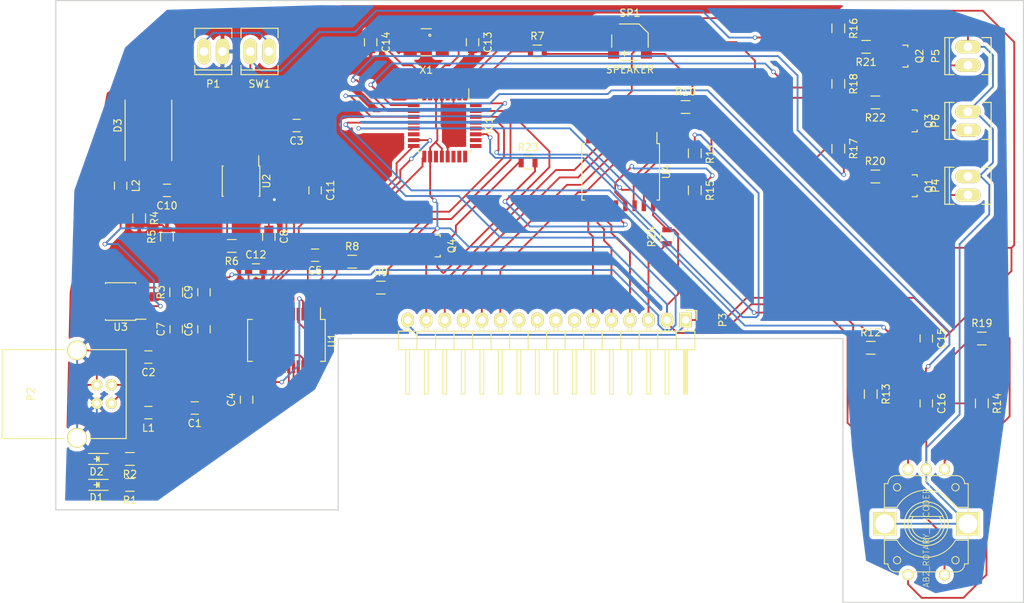
<source format=kicad_pcb>
(kicad_pcb (version 4) (host pcbnew 4.0.1-stable)
  (layers (0 F.Cu signal) (31 B.Cu signal) (34 B.Paste user) (35 F.Paste user) (36 B.SilkS user) (37 F.SilkS user) (38 B.Mask user) (39 F.Mask user) (44 Edge.Cuts user))
  (net 0 "")
  (net 1 "Net-(C1-Pad1)")
  (net 2 "Net-(C1-Pad2)")
  (net 3 GND)
  (net 4 "Net-(C2-Pad2)")
  (net 5 "Net-(C4-Pad2)")
  (net 6 "Net-(C5-Pad1)")
  (net 7 "Net-(C5-Pad2)")
  (net 8 /+5V)
  (net 9 "Net-(C10-Pad1)")
  (net 10 "Net-(C9-Pad2)")
  (net 11 "Net-(C10-Pad2)")
  (net 12 "Net-(C11-Pad1)")
  (net 13 "Net-(C11-Pad2)")
  (net 14 "Net-(C13-Pad1)")
  (net 15 "Net-(C14-Pad1)")
  (net 16 "Net-(C15-Pad1)")
  (net 17 "Net-(C15-Pad2)")
  (net 18 "Net-(C16-Pad1)")
  (net 19 "Net-(D1-Pad1)")
  (net 20 "Net-(D2-Pad1)")
  (net 21 "Net-(IC1-Pad1)")
  (net 22 "Net-(IC1-Pad2)")
  (net 23 "Net-(IC1-Pad9)")
  (net 24 "Net-(IC1-Pad10)")
  (net 25 "Net-(IC1-Pad13)")
  (net 26 "Net-(IC1-Pad14)")
  (net 27 "Net-(IC1-Pad15)")
  (net 28 "Net-(IC1-Pad16)")
  (net 29 "Net-(IC1-Pad17)")
  (net 30 "Net-(IC1-Pad19)")
  (net 31 "Net-(IC1-Pad22)")
  (net 32 "Net-(IC1-Pad23)")
  (net 33 "Net-(IC1-Pad24)")
  (net 34 "Net-(IC1-Pad25)")
  (net 35 "Net-(IC1-Pad26)")
  (net 36 "Net-(IC1-Pad27)")
  (net 37 "Net-(IC1-Pad28)")
  (net 38 "Net-(IC1-Pad30)")
  (net 39 "Net-(IC1-Pad31)")
  (net 40 "Net-(P2-Pad2)")
  (net 41 "Net-(P2-Pad1)")
  (net 42 "Net-(P3-Pad3)")
  (net 43 "Net-(P3-Pad4)")
  (net 44 "Net-(P3-Pad5)")
  (net 45 "Net-(P3-Pad6)")
  (net 46 "Net-(P3-Pad7)")
  (net 47 "Net-(P3-Pad8)")
  (net 48 "Net-(P3-Pad9)")
  (net 49 "Net-(P3-Pad10)")
  (net 50 "Net-(P3-Pad11)")
  (net 51 "Net-(P3-Pad12)")
  (net 52 "Net-(P3-Pad13)")
  (net 53 "Net-(P3-Pad14)")
  (net 54 "Net-(P3-Pad15)")
  (net 55 "Net-(P4-Pad1)")
  (net 56 "Net-(P5-Pad1)")
  (net 57 "Net-(P6-Pad1)")
  (net 58 "Net-(Q1-Pad1)")
  (net 59 "Net-(Q2-Pad1)")
  (net 60 "Net-(Q3-Pad1)")
  (net 61 "Net-(Q4-Pad3)")
  (net 62 "Net-(R1-Pad1)")
  (net 63 "Net-(R2-Pad1)")
  (net 64 "Net-(R5-Pad1)")
  (net 65 "Net-(R7-Pad2)")
  (net 66 "Net-(R8-Pad1)")
  (net 67 "Net-(R9-Pad1)")
  (net 68 "Net-(R10-Pad2)")
  (net 69 "Net-(R12-Pad1)")
  (net 70 "Net-(R14-Pad2)")
  (net 71 "Net-(R15-Pad1)")
  (net 72 "Net-(R23-Pad2)")
  (net 73 "Net-(U1-Pad2)")
  (net 74 "Net-(U1-Pad8)")
  (net 75 "Net-(U1-Pad12)")
  (net 76 "Net-(U1-Pad13)")
  (net 77 "Net-(U1-Pad14)")
  (net 78 "Net-(U1-Pad24)")
  (net 79 "Net-(U1-Pad27)")
  (net 80 "Net-(U1-Pad28)")
  (net 81 "Net-(U2-Pad7)")
  (net 82 "Net-(U2-Pad8)")
  (net 83 "Net-(U3-Pad1)")
  (net 84 "Net-(U3-Pad5)")
  (net 85 "Net-(U3-Pad6)")
  (net 86 "Net-(U3-Pad7)")
  (net 87 "Net-(U3-Pad8)")
  (net 88 "Net-(U4-Pad1)")
  (net 89 /+12V)
  (net 90 /in)
  (module Capacitors_SMD:C_0805 (layer F.Cu) (at 118.11 89.535 180)
    (fp_text reference C1 (at 0 -2.1 180) (layer F.SilkS))
    (fp_text value 100nF)
    (pad 1 smd rect (at -1 0 180) (size 1 1.25) (layers F.Cu F.Paste F.Mask) (net 1 "Net-(C1-Pad1)"))
    (pad 2 smd rect (at 1 0 180) (size 1 1.25) (layers F.Cu F.Paste F.Mask) (net 2 "Net-(C1-Pad2)"))
  )
  (module Capacitors_SMD:C_0805 (layer F.Cu) (at 111.76 82.55 180)
    (fp_text reference C2 (at 0 -2.1 180) (layer F.SilkS))
    (fp_text value 10nF)
    (pad 1 smd rect (at -1 0 180) (size 1 1.25) (layers F.Cu F.Paste F.Mask) (net 3 GND))
    (pad 2 smd rect (at 1 0 180) (size 1 1.25) (layers F.Cu F.Paste F.Mask) (net 4 "Net-(C2-Pad2)"))
  )
  (module Capacitors_SMD:C_0805 (layer F.Cu) (at 132.08 50.8 180)
    (fp_text reference C3 (at 0 -2.1 180) (layer F.SilkS))
    (fp_text value 10uF)
    (pad 1 smd rect (at -1 0 180) (size 1 1.25) (layers F.Cu F.Paste F.Mask) (net 89 /+12V))
    (pad 2 smd rect (at 1 0 180) (size 1 1.25) (layers F.Cu F.Paste F.Mask) (net 3 GND))
  )
  (module Capacitors_SMD:C_0805 (layer F.Cu) (at 125.222 88.392 90)
    (fp_text reference C4 (at 0 -2.1 90) (layer F.SilkS))
    (fp_text value 100nF)
    (pad 1 smd rect (at -1 0 90) (size 1 1.25) (layers F.Cu F.Paste F.Mask) (net 1 "Net-(C1-Pad1)"))
    (pad 2 smd rect (at 1 0 90) (size 1 1.25) (layers F.Cu F.Paste F.Mask) (net 5 "Net-(C4-Pad2)"))
  )
  (module Capacitors_SMD:C_0805 (layer F.Cu) (at 134.62 68.58 180)
    (fp_text reference C5 (at 0 -2.1 180) (layer F.SilkS))
    (fp_text value 100nF)
    (pad 1 smd rect (at -1 0 180) (size 1 1.25) (layers F.Cu F.Paste F.Mask) (net 6 "Net-(C5-Pad1)"))
    (pad 2 smd rect (at 1 0 180) (size 1 1.25) (layers F.Cu F.Paste F.Mask) (net 7 "Net-(C5-Pad2)"))
  )
  (module Capacitors_SMD:C_0805 (layer F.Cu) (at 119.38 78.74 90)
    (fp_text reference C6 (at 0 -2.1 90) (layer F.SilkS))
    (fp_text value 1uF)
    (pad 1 smd rect (at -1 0 90) (size 1 1.25) (layers F.Cu F.Paste F.Mask) (net 8 /+5V))
    (pad 2 smd rect (at 1 0 90) (size 1 1.25) (layers F.Cu F.Paste F.Mask) (net 3 GND))
  )
  (module Capacitors_SMD:C_0805 (layer F.Cu) (at 115.57 78.74 90)
    (fp_text reference C7 (at 0 -2.1 90) (layer F.SilkS))
    (fp_text value 100nF)
    (pad 1 smd rect (at -1 0 90) (size 1 1.25) (layers F.Cu F.Paste F.Mask) (net 8 /+5V))
    (pad 2 smd rect (at 1 0 90) (size 1 1.25) (layers F.Cu F.Paste F.Mask) (net 3 GND))
  )
  (module Capacitors_SMD:C_0805 (layer F.Cu) (at 128.27 66.04 270)
    (fp_text reference C8 (at 0 -2.1 270) (layer F.SilkS))
    (fp_text value 220pF)
    (pad 1 smd rect (at -1 0 270) (size 1 1.25) (layers F.Cu F.Paste F.Mask) (net 9 "Net-(C10-Pad1)"))
    (pad 2 smd rect (at 1 0 270) (size 1 1.25) (layers F.Cu F.Paste F.Mask) (net 3 GND))
  )
  (module Capacitors_SMD:C_0805 (layer F.Cu) (at 119.38 73.66 90)
    (fp_text reference C9 (at 0 -2.1 90) (layer F.SilkS))
    (fp_text value 47pF)
    (pad 1 smd rect (at -1 0 90) (size 1 1.25) (layers F.Cu F.Paste F.Mask) (net 3 GND))
    (pad 2 smd rect (at 1 0 90) (size 1 1.25) (layers F.Cu F.Paste F.Mask) (net 10 "Net-(C9-Pad2)"))
  )
  (module Capacitors_SMD:C_0805 (layer F.Cu) (at 114.3 59.69 180)
    (fp_text reference C10 (at 0 -2.1 180) (layer F.SilkS))
    (fp_text value 10uF)
    (pad 1 smd rect (at -1 0 180) (size 1 1.25) (layers F.Cu F.Paste F.Mask) (net 9 "Net-(C10-Pad1)"))
    (pad 2 smd rect (at 1 0 180) (size 1 1.25) (layers F.Cu F.Paste F.Mask) (net 11 "Net-(C10-Pad2)"))
  )
  (module Capacitors_SMD:C_0805 (layer F.Cu) (at 134.62 59.69 270)
    (fp_text reference C11 (at 0 -2.1 270) (layer F.SilkS))
    (fp_text value 10nF)
    (pad 1 smd rect (at -1 0 270) (size 1 1.25) (layers F.Cu F.Paste F.Mask) (net 12 "Net-(C11-Pad1)"))
    (pad 2 smd rect (at 1 0 270) (size 1 1.25) (layers F.Cu F.Paste F.Mask) (net 13 "Net-(C11-Pad2)"))
  )
  (module Capacitors_SMD:C_0805 (layer F.Cu) (at 126.492 70.612)
    (fp_text reference C12 (at 0 -2.1) (layer F.SilkS))
    (fp_text value 22uF)
    (pad 1 smd rect (at -1 0) (size 1 1.25) (layers F.Cu F.Paste F.Mask) (net 8 /+5V))
    (pad 2 smd rect (at 1 0) (size 1 1.25) (layers F.Cu F.Paste F.Mask) (net 3 GND))
  )
  (module Capacitors_SMD:C_0805 (layer F.Cu) (at 156.21 39.37 270)
    (fp_text reference C13 (at 0 -2.1 270) (layer F.SilkS))
    (fp_text value 22pF)
    (pad 1 smd rect (at -1 0 270) (size 1 1.25) (layers F.Cu F.Paste F.Mask) (net 14 "Net-(C13-Pad1)"))
    (pad 2 smd rect (at 1 0 270) (size 1 1.25) (layers F.Cu F.Paste F.Mask) (net 3 GND))
  )
  (module Capacitors_SMD:C_0805 (layer F.Cu) (at 142.24 39.37 270)
    (fp_text reference C14 (at 0 -2.1 270) (layer F.SilkS))
    (fp_text value 22pF)
    (pad 1 smd rect (at -1 0 270) (size 1 1.25) (layers F.Cu F.Paste F.Mask) (net 15 "Net-(C14-Pad1)"))
    (pad 2 smd rect (at 1 0 270) (size 1 1.25) (layers F.Cu F.Paste F.Mask) (net 3 GND))
  )
  (module Capacitors_SMD:C_0805 (layer F.Cu) (at 218.44 80.01 270)
    (fp_text reference C15 (at 0 -2.1 270) (layer F.SilkS))
    (fp_text value 100nF)
    (pad 1 smd rect (at -1 0 270) (size 1 1.25) (layers F.Cu F.Paste F.Mask) (net 16 "Net-(C15-Pad1)"))
    (pad 2 smd rect (at 1 0 270) (size 1 1.25) (layers F.Cu F.Paste F.Mask) (net 17 "Net-(C15-Pad2)"))
  )
  (module Capacitors_SMD:C_0805 (layer F.Cu) (at 218.44 88.9 270)
    (fp_text reference C16 (at 0 -2.1 270) (layer F.SilkS))
    (fp_text value 100nF)
    (pad 1 smd rect (at -1 0 270) (size 1 1.25) (layers F.Cu F.Paste F.Mask) (net 18 "Net-(C16-Pad1)"))
    (pad 2 smd rect (at 1 0 270) (size 1 1.25) (layers F.Cu F.Paste F.Mask) (net 17 "Net-(C15-Pad2)"))
  )
  (module LEDs:LED_0805 (layer F.Cu) (at 104.648 100.076 180)
    (fp_text reference D1 (at 0 -1.75 180) (layer F.SilkS))
    (fp_text value TXLed)
    (pad 2 smd rect (at 1.04902 0) (size 1.19888 1.19888) (layers F.Cu F.Paste F.Mask) (net 2 "Net-(C1-Pad2)"))
    (pad 1 smd rect (at -1.04902 0) (size 1.19888 1.19888) (layers F.Cu F.Paste F.Mask) (net 19 "Net-(D1-Pad1)"))
  )
  (module LEDs:LED_0805 (layer F.Cu) (at 104.648 96.52 180)
    (fp_text reference D2 (at 0 -1.75 180) (layer F.SilkS))
    (fp_text value RXLed)
    (pad 2 smd rect (at 1.04902 0) (size 1.19888 1.19888) (layers F.Cu F.Paste F.Mask) (net 2 "Net-(C1-Pad2)"))
    (pad 1 smd rect (at -1.04902 0) (size 1.19888 1.19888) (layers F.Cu F.Paste F.Mask) (net 20 "Net-(D2-Pad1)"))
  )
  (module Diodes_SMD:DO-214AB (layer F.Cu) (at 111.76 50.8 90)
    (fp_text reference D3 (at 0 -4.2 90) (layer F.SilkS))
    (fp_text value MBRA140)
    (pad 2 smd rect (at 3.6 0 90) (size 2.6 3.2) (layers F.Cu F.Paste F.Mask) (net 3 GND))
    (pad 1 smd rect (at -3.6 0 90) (size 2.6 3.2) (layers F.Cu F.Paste F.Mask) (net 13 "Net-(C11-Pad2)"))
  )
  (module Housings_QFP:TQFP-32_7x7mm_Pitch0.8mm (layer F.Cu) (at 152.4 50.8 270)
    (fp_text reference IC1 (at 0 -6.05 270) (layer F.SilkS))
    (fp_text value ATMEGA328P-A)
    (pad 1 smd rect (at -4.25 -2.8 270) (size 1.6 0.55) (layers F.Cu F.Paste F.Mask) (net 21 "Net-(IC1-Pad1)"))
    (pad 2 smd rect (at -4.25 -2 270) (size 1.6 0.55) (layers F.Cu F.Paste F.Mask) (net 22 "Net-(IC1-Pad2)"))
    (pad 3 smd rect (at -4.25 -1.2 270) (size 1.6 0.55) (layers F.Cu F.Paste F.Mask) (net 3 GND))
    (pad 4 smd rect (at -4.25 -0.4 270) (size 1.6 0.55) (layers F.Cu F.Paste F.Mask) (net 8 /+5V))
    (pad 5 smd rect (at -4.25 0.4 270) (size 1.6 0.55) (layers F.Cu F.Paste F.Mask) (net 3 GND))
    (pad 6 smd rect (at -4.25 1.2 270) (size 1.6 0.55) (layers F.Cu F.Paste F.Mask) (net 8 /+5V))
    (pad 7 smd rect (at -4.25 2 270) (size 1.6 0.55) (layers F.Cu F.Paste F.Mask) (net 14 "Net-(C13-Pad1)"))
    (pad 8 smd rect (at -4.25 2.8 270) (size 1.6 0.55) (layers F.Cu F.Paste F.Mask) (net 15 "Net-(C14-Pad1)"))
    (pad 9 smd rect (at -2.8 4.25) (size 1.6 0.55) (layers F.Cu F.Paste F.Mask) (net 23 "Net-(IC1-Pad9)"))
    (pad 10 smd rect (at -2 4.25) (size 1.6 0.55) (layers F.Cu F.Paste F.Mask) (net 24 "Net-(IC1-Pad10)"))
    (pad 11 smd rect (at -1.2 4.25) (size 1.6 0.55) (layers F.Cu F.Paste F.Mask) (net 18 "Net-(C16-Pad1)"))
    (pad 12 smd rect (at -0.4 4.25) (size 1.6 0.55) (layers F.Cu F.Paste F.Mask) (net 16 "Net-(C15-Pad1)"))
    (pad 13 smd rect (at 0.4 4.25) (size 1.6 0.55) (layers F.Cu F.Paste F.Mask) (net 25 "Net-(IC1-Pad13)"))
    (pad 14 smd rect (at 1.2 4.25) (size 1.6 0.55) (layers F.Cu F.Paste F.Mask) (net 26 "Net-(IC1-Pad14)"))
    (pad 15 smd rect (at 2 4.25) (size 1.6 0.55) (layers F.Cu F.Paste F.Mask) (net 27 "Net-(IC1-Pad15)"))
    (pad 16 smd rect (at 2.8 4.25) (size 1.6 0.55) (layers F.Cu F.Paste F.Mask) (net 28 "Net-(IC1-Pad16)"))
    (pad 17 smd rect (at 4.25 2.8 270) (size 1.6 0.55) (layers F.Cu F.Paste F.Mask) (net 29 "Net-(IC1-Pad17)"))
    (pad 18 smd rect (at 4.25 2 270) (size 1.6 0.55) (layers F.Cu F.Paste F.Mask) (net 8 /+5V))
    (pad 19 smd rect (at 4.25 1.2 270) (size 1.6 0.55) (layers F.Cu F.Paste F.Mask) (net 30 "Net-(IC1-Pad19)"))
    (pad 20 smd rect (at 4.25 0.4 270) (size 1.6 0.55) (layers F.Cu F.Paste F.Mask) (net 8 /+5V))
    (pad 21 smd rect (at 4.25 -0.4 270) (size 1.6 0.55) (layers F.Cu F.Paste F.Mask) (net 3 GND))
    (pad 22 smd rect (at 4.25 -1.2 270) (size 1.6 0.55) (layers F.Cu F.Paste F.Mask) (net 31 "Net-(IC1-Pad22)"))
    (pad 23 smd rect (at 4.25 -2 270) (size 1.6 0.55) (layers F.Cu F.Paste F.Mask) (net 32 "Net-(IC1-Pad23)"))
    (pad 24 smd rect (at 4.25 -2.8 270) (size 1.6 0.55) (layers F.Cu F.Paste F.Mask) (net 33 "Net-(IC1-Pad24)"))
    (pad 25 smd rect (at 2.8 -4.25) (size 1.6 0.55) (layers F.Cu F.Paste F.Mask) (net 34 "Net-(IC1-Pad25)"))
    (pad 26 smd rect (at 2 -4.25) (size 1.6 0.55) (layers F.Cu F.Paste F.Mask) (net 35 "Net-(IC1-Pad26)"))
    (pad 27 smd rect (at 1.2 -4.25) (size 1.6 0.55) (layers F.Cu F.Paste F.Mask) (net 36 "Net-(IC1-Pad27)"))
    (pad 28 smd rect (at 0.4 -4.25) (size 1.6 0.55) (layers F.Cu F.Paste F.Mask) (net 37 "Net-(IC1-Pad28)"))
    (pad 29 smd rect (at -0.4 -4.25) (size 1.6 0.55) (layers F.Cu F.Paste F.Mask) (net 7 "Net-(C5-Pad2)"))
    (pad 30 smd rect (at -1.2 -4.25) (size 1.6 0.55) (layers F.Cu F.Paste F.Mask) (net 38 "Net-(IC1-Pad30)"))
    (pad 31 smd rect (at -2 -4.25) (size 1.6 0.55) (layers F.Cu F.Paste F.Mask) (net 39 "Net-(IC1-Pad31)"))
    (pad 32 smd rect (at -2.8 -4.25) (size 1.6 0.55) (layers F.Cu F.Paste F.Mask) (net 10 "Net-(C9-Pad2)"))
  )
  (module Capacitors_SMD:C_0805 (layer F.Cu) (at 111.76 90.17 180)
    (fp_text reference L1 (at 0 -2.1 180) (layer F.SilkS))
    (fp_text value FERRITE)
    (pad 1 smd rect (at -1 0 180) (size 1 1.25) (layers F.Cu F.Paste F.Mask) (net 2 "Net-(C1-Pad2)"))
    (pad 2 smd rect (at 1 0 180) (size 1 1.25) (layers F.Cu F.Paste F.Mask) (net 4 "Net-(C2-Pad2)"))
  )
  (module Capacitors_SMD:C_0805 (layer F.Cu) (at 107.95 59.055 270)
    (fp_text reference L2 (at 0 -2.1 270) (layer F.SilkS))
    (fp_text value 15uH)
    (pad 1 smd rect (at -1 0 270) (size 1 1.25) (layers F.Cu F.Paste F.Mask) (net 13 "Net-(C11-Pad2)"))
    (pad 2 smd rect (at 1 0 270) (size 1 1.25) (layers F.Cu F.Paste F.Mask) (net 8 /+5V))
  )
  (module Sockets_MOLEX_KK-System:Socket_MOLEX-KK-RM2-54mm_Lock_2pin_straight (layer F.Cu) (at 120.65 40.64 180)
    (fp_text reference P1 (at 0 -4.445 180) (layer F.SilkS))
    (fp_text value 12Vin)
    (pad 1 thru_hole oval (at -1.27 0 180) (size 1.80086 3.50012) (drill 1.19888) (layers *.Cu *.Mask F.SilkS) (net 3 GND))
    (pad 2 thru_hole oval (at 1.27 0 180) (size 1.80086 3.50012) (drill 1.19888) (layers *.Cu *.Mask F.SilkS) (net 90 /in))
  )
  (module Connect:USB_B (layer F.Cu) (at 106.68 88.9 180)
    (fp_text reference P2 (at 11.049 1.27 270) (layer F.SilkS))
    (fp_text value USB_A)
    (pad 2 thru_hole circle (at 0 2.54 90) (size 1.524 1.524) (drill 0.8128) (layers *.Cu *.Mask F.SilkS) (net 40 "Net-(P2-Pad2)"))
    (pad 1 thru_hole circle (at 0 0 90) (size 1.524 1.524) (drill 0.8128) (layers *.Cu *.Mask F.SilkS) (net 41 "Net-(P2-Pad1)"))
    (pad 4 thru_hole circle (at 1.99898 0 90) (size 1.524 1.524) (drill 0.8128) (layers *.Cu *.Mask F.SilkS) (net 3 GND))
    (pad 3 thru_hole circle (at 1.99898 2.54 90) (size 1.524 1.524) (drill 0.8128) (layers *.Cu *.Mask F.SilkS) (net 4 "Net-(C2-Pad2)"))
    (pad 5 thru_hole circle (at 4.699 7.26948 90) (size 2.70002 2.70002) (drill 2.30124) (layers *.Cu *.Mask F.SilkS) (net 3 GND))
    (pad 5 thru_hole circle (at 4.699 -4.72948 90) (size 2.70002 2.70002) (drill 2.30124) (layers *.Cu *.Mask F.SilkS) (net 3 GND))
  )
  (module Pin_Headers:Pin_Header_Angled_1x16 (layer F.Cu) (at 185.42 77.47 270)
    (fp_text reference P3 (at 0 -5.1 270) (layer F.SilkS))
    (fp_text value CONN_01X16)
    (pad 1 thru_hole rect (at 0 0 270) (size 2.032 1.7272) (drill 1.016) (layers *.Cu *.Mask F.SilkS) (net 17 "Net-(C15-Pad2)"))
    (pad 2 thru_hole oval (at 0 2.54 270) (size 2.032 1.7272) (drill 1.016) (layers *.Cu *.Mask F.SilkS) (net 8 /+5V))
    (pad 3 thru_hole oval (at 0 5.08 270) (size 2.032 1.7272) (drill 1.016) (layers *.Cu *.Mask F.SilkS) (net 42 "Net-(P3-Pad3)"))
    (pad 4 thru_hole oval (at 0 7.62 270) (size 2.032 1.7272) (drill 1.016) (layers *.Cu *.Mask F.SilkS) (net 43 "Net-(P3-Pad4)"))
    (pad 5 thru_hole oval (at 0 10.16 270) (size 2.032 1.7272) (drill 1.016) (layers *.Cu *.Mask F.SilkS) (net 44 "Net-(P3-Pad5)"))
    (pad 6 thru_hole oval (at 0 12.7 270) (size 2.032 1.7272) (drill 1.016) (layers *.Cu *.Mask F.SilkS) (net 45 "Net-(P3-Pad6)"))
    (pad 7 thru_hole oval (at 0 15.24 270) (size 2.032 1.7272) (drill 1.016) (layers *.Cu *.Mask F.SilkS) (net 46 "Net-(P3-Pad7)"))
    (pad 8 thru_hole oval (at 0 17.78 270) (size 2.032 1.7272) (drill 1.016) (layers *.Cu *.Mask F.SilkS) (net 47 "Net-(P3-Pad8)"))
    (pad 9 thru_hole oval (at 0 20.32 270) (size 2.032 1.7272) (drill 1.016) (layers *.Cu *.Mask F.SilkS) (net 48 "Net-(P3-Pad9)"))
    (pad 10 thru_hole oval (at 0 22.86 270) (size 2.032 1.7272) (drill 1.016) (layers *.Cu *.Mask F.SilkS) (net 49 "Net-(P3-Pad10)"))
    (pad 11 thru_hole oval (at 0 25.4 270) (size 2.032 1.7272) (drill 1.016) (layers *.Cu *.Mask F.SilkS) (net 50 "Net-(P3-Pad11)"))
    (pad 12 thru_hole oval (at 0 27.94 270) (size 2.032 1.7272) (drill 1.016) (layers *.Cu *.Mask F.SilkS) (net 51 "Net-(P3-Pad12)"))
    (pad 13 thru_hole oval (at 0 30.48 270) (size 2.032 1.7272) (drill 1.016) (layers *.Cu *.Mask F.SilkS) (net 52 "Net-(P3-Pad13)"))
    (pad 14 thru_hole oval (at 0 33.02 270) (size 2.032 1.7272) (drill 1.016) (layers *.Cu *.Mask F.SilkS) (net 53 "Net-(P3-Pad14)"))
    (pad 15 thru_hole oval (at 0 35.56 270) (size 2.032 1.7272) (drill 1.016) (layers *.Cu *.Mask F.SilkS) (net 54 "Net-(P3-Pad15)"))
    (pad 16 thru_hole oval (at 0 38.1 270) (size 2.032 1.7272) (drill 1.016) (layers *.Cu *.Mask F.SilkS) (net 17 "Net-(C15-Pad2)"))
  )
  (module Sockets_MOLEX_KK-System:Socket_MOLEX-KK-RM2-54mm_Lock_2pin_straight (layer F.Cu) (at 224.155 59.055 90)
    (fp_text reference P4 (at 0 -4.445 90) (layer F.SilkS))
    (fp_text value VACUUM)
    (pad 1 thru_hole oval (at -1.27 0 90) (size 1.80086 3.50012) (drill 1.19888) (layers *.Cu *.Mask F.SilkS) (net 55 "Net-(P4-Pad1)"))
    (pad 2 thru_hole oval (at 1.27 0 90) (size 1.80086 3.50012) (drill 1.19888) (layers *.Cu *.Mask F.SilkS) (net 17 "Net-(C15-Pad2)"))
  )
  (module Sockets_MOLEX_KK-System:Socket_MOLEX-KK-RM2-54mm_Lock_2pin_straight (layer F.Cu) (at 224.155 41.275 90)
    (fp_text reference P5 (at 0 -4.445 90) (layer F.SilkS))
    (fp_text value LED_TOP)
    (pad 1 thru_hole oval (at -1.27 0 90) (size 1.80086 3.50012) (drill 1.19888) (layers *.Cu *.Mask F.SilkS) (net 56 "Net-(P5-Pad1)"))
    (pad 2 thru_hole oval (at 1.27 0 90) (size 1.80086 3.50012) (drill 1.19888) (layers *.Cu *.Mask F.SilkS) (net 17 "Net-(C15-Pad2)"))
  )
  (module Sockets_MOLEX_KK-System:Socket_MOLEX-KK-RM2-54mm_Lock_2pin_straight (layer F.Cu) (at 224.155 50.165 90)
    (fp_text reference P6 (at 0 -4.445 90) (layer F.SilkS))
    (fp_text value LED_BOTTOM)
    (pad 1 thru_hole oval (at -1.27 0 90) (size 1.80086 3.50012) (drill 1.19888) (layers *.Cu *.Mask F.SilkS) (net 57 "Net-(P6-Pad1)"))
    (pad 2 thru_hole oval (at 1.27 0 90) (size 1.80086 3.50012) (drill 1.19888) (layers *.Cu *.Mask F.SilkS) (net 17 "Net-(C15-Pad2)"))
  )
  (module TO_SOT_Packages_SMD:SOT-23 (layer F.Cu) (at 216.535 59.055 270)
    (fp_text reference Q1 (at 0 -2.25 270) (layer F.SilkS))
    (fp_text value MOSFET_N)
    (pad 1 smd rect (at -0.95 1.00076 270) (size 0.8001 0.8001) (layers F.Cu F.Paste F.Mask) (net 58 "Net-(Q1-Pad1)"))
    (pad 2 smd rect (at 0.95 1.00076 270) (size 0.8001 0.8001) (layers F.Cu F.Paste F.Mask) (net 89 /+12V))
    (pad 3 smd rect (at 0 -0.99822 270) (size 0.8001 0.8001) (layers F.Cu F.Paste F.Mask) (net 55 "Net-(P4-Pad1)"))
  )
  (module TO_SOT_Packages_SMD:SOT-23 (layer F.Cu) (at 215.265 41.275 270)
    (fp_text reference Q2 (at 0 -2.25 270) (layer F.SilkS))
    (fp_text value MOSFET_N)
    (pad 1 smd rect (at -0.95 1.00076 270) (size 0.8001 0.8001) (layers F.Cu F.Paste F.Mask) (net 59 "Net-(Q2-Pad1)"))
    (pad 2 smd rect (at 0.95 1.00076 270) (size 0.8001 0.8001) (layers F.Cu F.Paste F.Mask) (net 89 /+12V))
    (pad 3 smd rect (at 0 -0.99822 270) (size 0.8001 0.8001) (layers F.Cu F.Paste F.Mask) (net 56 "Net-(P5-Pad1)"))
  )
  (module TO_SOT_Packages_SMD:SOT-23 (layer F.Cu) (at 216.535 50.165 270)
    (fp_text reference Q3 (at 0 -2.25 270) (layer F.SilkS))
    (fp_text value MOSFET_N)
    (pad 1 smd rect (at -0.95 1.00076 270) (size 0.8001 0.8001) (layers F.Cu F.Paste F.Mask) (net 60 "Net-(Q3-Pad1)"))
    (pad 2 smd rect (at 0.95 1.00076 270) (size 0.8001 0.8001) (layers F.Cu F.Paste F.Mask) (net 89 /+12V))
    (pad 3 smd rect (at 0 -0.99822 270) (size 0.8001 0.8001) (layers F.Cu F.Paste F.Mask) (net 57 "Net-(P6-Pad1)"))
  )
  (module TO_SOT_Packages_SMD:SOT-23 (layer F.Cu) (at 151.13 67.31 270)
    (fp_text reference Q4 (at 0 -2.25 270) (layer F.SilkS))
    (fp_text value MMBT3906)
    (pad 1 smd rect (at -0.95 1.00076 270) (size 0.8001 0.8001) (layers F.Cu F.Paste F.Mask) (net 8 /+5V))
    (pad 2 smd rect (at 0.95 1.00076 270) (size 0.8001 0.8001) (layers F.Cu F.Paste F.Mask) (net 54 "Net-(P3-Pad15)"))
    (pad 3 smd rect (at 0 -0.99822 270) (size 0.8001 0.8001) (layers F.Cu F.Paste F.Mask) (net 61 "Net-(Q4-Pad3)"))
  )
  (module Resistors_SMD:R_0805 (layer F.Cu) (at 109.22 100.076 180)
    (fp_text reference R1 (at 0 -2.1 180) (layer F.SilkS))
    (fp_text value 3.3k)
    (pad 1 smd rect (at -0.95 0 180) (size 0.7 1.3) (layers F.Cu F.Paste F.Mask) (net 62 "Net-(R1-Pad1)"))
    (pad 2 smd rect (at 0.95 0 180) (size 0.7 1.3) (layers F.Cu F.Paste F.Mask) (net 19 "Net-(D1-Pad1)"))
  )
  (module Resistors_SMD:R_0805 (layer F.Cu) (at 109.22 96.52 180)
    (fp_text reference R2 (at 0 -2.1 180) (layer F.SilkS))
    (fp_text value 3.3k)
    (pad 1 smd rect (at -0.95 0 180) (size 0.7 1.3) (layers F.Cu F.Paste F.Mask) (net 63 "Net-(R2-Pad1)"))
    (pad 2 smd rect (at 0.95 0 180) (size 0.7 1.3) (layers F.Cu F.Paste F.Mask) (net 20 "Net-(D2-Pad1)"))
  )
  (module Resistors_SMD:R_0805 (layer F.Cu) (at 115.57 73.66 90)
    (fp_text reference R3 (at 0 -2.1 90) (layer F.SilkS))
    (fp_text value 51k)
    (pad 1 smd rect (at -0.95 0 90) (size 0.7 1.3) (layers F.Cu F.Paste F.Mask) (net 3 GND))
    (pad 2 smd rect (at 0.95 0 90) (size 0.7 1.3) (layers F.Cu F.Paste F.Mask) (net 10 "Net-(C9-Pad2)"))
  )
  (module Resistors_SMD:R_0805 (layer F.Cu) (at 110.49 63.5 270)
    (fp_text reference R4 (at 0 -2.1 270) (layer F.SilkS))
    (fp_text value 15k)
    (pad 1 smd rect (at -0.95 0 270) (size 0.7 1.3) (layers F.Cu F.Paste F.Mask) (net 11 "Net-(C10-Pad2)"))
    (pad 2 smd rect (at 0.95 0 270) (size 0.7 1.3) (layers F.Cu F.Paste F.Mask) (net 3 GND))
  )
  (module Resistors_SMD:R_0805 (layer F.Cu) (at 114.3 66.04 90)
    (fp_text reference R5 (at 0 -2.1 90) (layer F.SilkS))
    (fp_text value 10k)
    (pad 1 smd rect (at -0.95 0 90) (size 0.7 1.3) (layers F.Cu F.Paste F.Mask) (net 64 "Net-(R5-Pad1)"))
    (pad 2 smd rect (at 0.95 0 90) (size 0.7 1.3) (layers F.Cu F.Paste F.Mask) (net 3 GND))
  )
  (module Resistors_SMD:R_0805 (layer F.Cu) (at 123.19 67.31 180)
    (fp_text reference R6 (at 0 -2.1 180) (layer F.SilkS))
    (fp_text value 28.7K)
    (pad 1 smd rect (at -0.95 0 180) (size 0.7 1.3) (layers F.Cu F.Paste F.Mask) (net 8 /+5V))
    (pad 2 smd rect (at 0.95 0 180) (size 0.7 1.3) (layers F.Cu F.Paste F.Mask) (net 64 "Net-(R5-Pad1)"))
  )
  (module Resistors_SMD:R_0805 (layer F.Cu) (at 165.1 40.64)
    (fp_text reference R7 (at 0 -2.1) (layer F.SilkS))
    (fp_text value 15R)
    (pad 1 smd rect (at -0.95 0) (size 0.7 1.3) (layers F.Cu F.Paste F.Mask) (net 21 "Net-(IC1-Pad1)"))
    (pad 2 smd rect (at 0.95 0) (size 0.7 1.3) (layers F.Cu F.Paste F.Mask) (net 65 "Net-(R7-Pad2)"))
  )
  (module Resistors_SMD:R_0805 (layer F.Cu) (at 139.7 69.469)
    (fp_text reference R8 (at 0 -2.1) (layer F.SilkS))
    (fp_text value 1k)
    (pad 1 smd rect (at -0.95 0) (size 0.7 1.3) (layers F.Cu F.Paste F.Mask) (net 66 "Net-(R8-Pad1)"))
    (pad 2 smd rect (at 0.95 0) (size 0.7 1.3) (layers F.Cu F.Paste F.Mask) (net 38 "Net-(IC1-Pad30)"))
  )
  (module Resistors_SMD:R_0805 (layer F.Cu) (at 143.637 73.025)
    (fp_text reference R9 (at 0 -2.1) (layer F.SilkS))
    (fp_text value 1k)
    (pad 1 smd rect (at -0.95 0) (size 0.7 1.3) (layers F.Cu F.Paste F.Mask) (net 67 "Net-(R9-Pad1)"))
    (pad 2 smd rect (at 0.95 0) (size 0.7 1.3) (layers F.Cu F.Paste F.Mask) (net 39 "Net-(IC1-Pad31)"))
  )
  (module Resistors_SMD:R_0805 (layer F.Cu) (at 185.42 48.26)
    (fp_text reference R10 (at 0 -2.1) (layer F.SilkS))
    (fp_text value 4.7k)
    (pad 1 smd rect (at -0.95 0) (size 0.7 1.3) (layers F.Cu F.Paste F.Mask) (net 37 "Net-(IC1-Pad28)"))
    (pad 2 smd rect (at 0.95 0) (size 0.7 1.3) (layers F.Cu F.Paste F.Mask) (net 68 "Net-(R10-Pad2)"))
  )
  (module Resistors_SMD:R_0805 (layer F.Cu) (at 186.69 54.61 270)
    (fp_text reference R11 (at 0 -2.1 270) (layer F.SilkS))
    (fp_text value 4.7k)
    (pad 1 smd rect (at -0.95 0 270) (size 0.7 1.3) (layers F.Cu F.Paste F.Mask) (net 36 "Net-(IC1-Pad27)"))
    (pad 2 smd rect (at 0.95 0 270) (size 0.7 1.3) (layers F.Cu F.Paste F.Mask) (net 68 "Net-(R10-Pad2)"))
  )
  (module Resistors_SMD:R_0805 (layer F.Cu) (at 210.82 81.28)
    (fp_text reference R12 (at 0 -2.1) (layer F.SilkS))
    (fp_text value 10k)
    (pad 1 smd rect (at -0.95 0) (size 0.7 1.3) (layers F.Cu F.Paste F.Mask) (net 69 "Net-(R12-Pad1)"))
    (pad 2 smd rect (at 0.95 0) (size 0.7 1.3) (layers F.Cu F.Paste F.Mask) (net 16 "Net-(C15-Pad1)"))
  )
  (module Resistors_SMD:R_0805 (layer F.Cu) (at 210.82 87.63 270)
    (fp_text reference R13 (at 0 -2.1 270) (layer F.SilkS))
    (fp_text value 10k)
    (pad 1 smd rect (at -0.95 0 270) (size 0.7 1.3) (layers F.Cu F.Paste F.Mask) (net 8 /+5V))
    (pad 2 smd rect (at 0.95 0 270) (size 0.7 1.3) (layers F.Cu F.Paste F.Mask) (net 69 "Net-(R12-Pad1)"))
  )
  (module Resistors_SMD:R_0805 (layer F.Cu) (at 226.06 88.9 270)
    (fp_text reference R14 (at 0 -2.1 270) (layer F.SilkS))
    (fp_text value 10k)
    (pad 1 smd rect (at -0.95 0 270) (size 0.7 1.3) (layers F.Cu F.Paste F.Mask) (net 8 /+5V))
    (pad 2 smd rect (at 0.95 0 270) (size 0.7 1.3) (layers F.Cu F.Paste F.Mask) (net 70 "Net-(R14-Pad2)"))
  )
  (module Resistors_SMD:R_0805 (layer F.Cu) (at 186.69 59.69 270)
    (fp_text reference R15 (at 0 -2.1 270) (layer F.SilkS))
    (fp_text value 10k)
    (pad 1 smd rect (at -0.95 0 270) (size 0.7 1.3) (layers F.Cu F.Paste F.Mask) (net 71 "Net-(R15-Pad1)"))
    (pad 2 smd rect (at 0.95 0 270) (size 0.7 1.3) (layers F.Cu F.Paste F.Mask) (net 8 /+5V))
  )
  (module Resistors_SMD:R_0805 (layer F.Cu) (at 206.375 37.465 270)
    (fp_text reference R16 (at 0 -2.1 270) (layer F.SilkS))
    (fp_text value 20k)
    (pad 1 smd rect (at -0.95 0 270) (size 0.7 1.3) (layers F.Cu F.Paste F.Mask) (net 17 "Net-(C15-Pad2)"))
    (pad 2 smd rect (at 0.95 0 270) (size 0.7 1.3) (layers F.Cu F.Paste F.Mask) (net 22 "Net-(IC1-Pad2)"))
  )
  (module Resistors_SMD:R_0805 (layer F.Cu) (at 206.375 53.975 270)
    (fp_text reference R17 (at 0 -2.1 270) (layer F.SilkS))
    (fp_text value 20k)
    (pad 1 smd rect (at -0.95 0 270) (size 0.7 1.3) (layers F.Cu F.Paste F.Mask) (net 17 "Net-(C15-Pad2)"))
    (pad 2 smd rect (at 0.95 0 270) (size 0.7 1.3) (layers F.Cu F.Paste F.Mask) (net 24 "Net-(IC1-Pad10)"))
  )
  (module Resistors_SMD:R_0805 (layer F.Cu) (at 206.375 45.085 270)
    (fp_text reference R18 (at 0 -2.1 270) (layer F.SilkS))
    (fp_text value 20k)
    (pad 1 smd rect (at -0.95 0 270) (size 0.7 1.3) (layers F.Cu F.Paste F.Mask) (net 17 "Net-(C15-Pad2)"))
    (pad 2 smd rect (at 0.95 0 270) (size 0.7 1.3) (layers F.Cu F.Paste F.Mask) (net 23 "Net-(IC1-Pad9)"))
  )
  (module Resistors_SMD:R_0805 (layer F.Cu) (at 226.06 80.01)
    (fp_text reference R19 (at 0 -2.1) (layer F.SilkS))
    (fp_text value 10k)
    (pad 1 smd rect (at -0.95 0) (size 0.7 1.3) (layers F.Cu F.Paste F.Mask) (net 18 "Net-(C16-Pad1)"))
    (pad 2 smd rect (at 0.95 0) (size 0.7 1.3) (layers F.Cu F.Paste F.Mask) (net 70 "Net-(R14-Pad2)"))
  )
  (module Resistors_SMD:R_0805 (layer F.Cu) (at 211.455 57.785)
    (fp_text reference R20 (at 0 -2.1) (layer F.SilkS))
    (fp_text value 10R)
    (pad 1 smd rect (at -0.95 0) (size 0.7 1.3) (layers F.Cu F.Paste F.Mask) (net 24 "Net-(IC1-Pad10)"))
    (pad 2 smd rect (at 0.95 0) (size 0.7 1.3) (layers F.Cu F.Paste F.Mask) (net 58 "Net-(Q1-Pad1)"))
  )
  (module Resistors_SMD:R_0805 (layer F.Cu) (at 210.185 40.005 180)
    (fp_text reference R21 (at 0 -2.1 180) (layer F.SilkS))
    (fp_text value 10R)
    (pad 1 smd rect (at -0.95 0 180) (size 0.7 1.3) (layers F.Cu F.Paste F.Mask) (net 59 "Net-(Q2-Pad1)"))
    (pad 2 smd rect (at 0.95 0 180) (size 0.7 1.3) (layers F.Cu F.Paste F.Mask) (net 22 "Net-(IC1-Pad2)"))
  )
  (module Resistors_SMD:R_0805 (layer F.Cu) (at 211.455 47.625 180)
    (fp_text reference R22 (at 0 -2.1 180) (layer F.SilkS))
    (fp_text value 10R)
    (pad 1 smd rect (at -0.95 0 180) (size 0.7 1.3) (layers F.Cu F.Paste F.Mask) (net 60 "Net-(Q3-Pad1)"))
    (pad 2 smd rect (at 0.95 0 180) (size 0.7 1.3) (layers F.Cu F.Paste F.Mask) (net 23 "Net-(IC1-Pad9)"))
  )
  (module Resistors_SMD:R_0805 (layer F.Cu) (at 163.83 55.88)
    (fp_text reference R23 (at 0 -2.1) (layer F.SilkS))
    (fp_text value 1k)
    (pad 1 smd rect (at -0.95 0) (size 0.7 1.3) (layers F.Cu F.Paste F.Mask) (net 61 "Net-(Q4-Pad3)"))
    (pad 2 smd rect (at 0.95 0) (size 0.7 1.3) (layers F.Cu F.Paste F.Mask) (net 72 "Net-(R23-Pad2)"))
  )
  (module Resistors_SMD:R_0805 (layer F.Cu) (at 182.88 66.04 90)
    (fp_text reference R24 (at 0 -2.1 90) (layer F.SilkS))
    (fp_text value 10k)
    (pad 1 smd rect (at -0.95 0 90) (size 0.7 1.3) (layers F.Cu F.Paste F.Mask) (net 42 "Net-(P3-Pad3)"))
    (pad 2 smd rect (at 0.95 0 90) (size 0.7 1.3) (layers F.Cu F.Paste F.Mask) (net 8 /+5V))
  )
  (module ab2_input_devices:AB2_ROTARY_ENCODER_W_SWITCH (layer F.Cu) (at 218.44 105.41 180)
    (fp_text reference ROT_ENC1 hide)
    (fp_text value AB2_ROTARY_ENCODER_W_SW (at 0 0 270) (layer F.SilkS) (effects (font (size 0.8128 0.8128) (thickness 0.0762))))
    (pad 1 thru_hole circle (at -2.5 7.5 180) (size 1.524 1.524) (drill 1.016) (layers *.Cu *.Mask F.SilkS) (net 70 "Net-(R14-Pad2)"))
    (pad 2 thru_hole circle (at 0 7.5 180) (size 1.524 1.524) (drill 1.016) (layers *.Cu *.Mask F.SilkS) (net 17 "Net-(C15-Pad2)"))
    (pad 3 thru_hole circle (at 2.5 7.5 180) (size 1.524 1.524) (drill 1.016) (layers *.Cu *.Mask F.SilkS) (net 69 "Net-(R12-Pad1)"))
    (pad 4 thru_hole circle (at 2.5 -7 180) (size 1.524 1.524) (drill 1.016) (layers *.Cu *.Mask F.SilkS) (net 8 /+5V))
    (pad 6 thru_hole circle (at -2.5 -7 180) (size 1.524 1.524) (drill 1.016) (layers *.Cu *.Mask F.SilkS) (net 25 "Net-(IC1-Pad13)"))
    (pad 7 thru_hole rect (at -5.7 0 180) (size 3.2 3.2) (drill 2.6) (layers *.Cu *.Mask F.SilkS) (net 17 "Net-(C15-Pad2)"))
    (pad 7 thru_hole rect (at 5.7 0 180) (size 3.2 3.2) (drill 2.6) (layers *.Cu *.Mask F.SilkS) (net 17 "Net-(C15-Pad2)"))
  )
  (module pui_transducer:SMT-0540-S-R (layer F.Cu) (at 177.8 39.37)
    (fp_text reference SP1 (at 0 -4) (layer F.SilkS))
    (fp_text value SPEAKER (at 0 3.75) (layer F.SilkS))
    (pad 1 smd rect (at -2.25 1.6) (size 1.5 1.3) (layers F.Cu F.Paste F.Mask) (net 65 "Net-(R7-Pad2)"))
    (pad 2 smd rect (at 2.25 1.6) (size 1.5 1.3) (layers F.Cu F.Paste F.Mask) (net 68 "Net-(R10-Pad2)"))
    (pad 0 smd rect (at -2.35 -1.9) (size 1.3 1.3) (layers F.Cu F.Paste F.Mask))
  )
  (module Sockets_MOLEX_KK-System:Socket_MOLEX-KK-RM2-54mm_Lock_2pin_straight (layer F.Cu) (at 127 40.64 180)
    (fp_text reference SW1 (at 0 -4.445 180) (layer F.SilkS))
    (fp_text value SPST)
    (pad 1 thru_hole oval (at -1.27 0 180) (size 1.80086 3.50012) (drill 1.19888) (layers *.Cu *.Mask F.SilkS) (net 90 /in))
    (pad 2 thru_hole oval (at 1.27 0 180) (size 1.80086 3.50012) (drill 1.19888) (layers *.Cu *.Mask F.SilkS) (net 89 /+12V))
  )
  (module Housings_SSOP:SSOP-28_5.3x10.2mm_Pitch0.65mm (layer F.Cu) (at 130.683 80.264 270)
    (fp_text reference U1 (at 0 -6.25 270) (layer F.SilkS))
    (fp_text value FT232RL)
    (pad 1 smd rect (at -3.6 -4.225 270) (size 1.75 0.45) (layers F.Cu F.Paste F.Mask) (net 66 "Net-(R8-Pad1)"))
    (pad 2 smd rect (at -3.6 -3.575 270) (size 1.75 0.45) (layers F.Cu F.Paste F.Mask) (net 73 "Net-(U1-Pad2)"))
    (pad 3 smd rect (at -3.6 -2.925 270) (size 1.75 0.45) (layers F.Cu F.Paste F.Mask) (net 6 "Net-(C5-Pad1)"))
    (pad 4 smd rect (at -3.6 -2.275 270) (size 1.75 0.45) (layers F.Cu F.Paste F.Mask) (net 2 "Net-(C1-Pad2)"))
    (pad 5 smd rect (at -3.6 -1.625 270) (size 1.75 0.45) (layers F.Cu F.Paste F.Mask) (net 67 "Net-(R9-Pad1)"))
    (pad 6 smd rect (at -3.6 -0.975 270) (size 1.75 0.45) (layers F.Cu F.Paste F.Mask) (net 7 "Net-(C5-Pad2)"))
    (pad 7 smd rect (at -3.6 -0.325 270) (size 1.75 0.45) (layers F.Cu F.Paste F.Mask) (net 1 "Net-(C1-Pad1)"))
    (pad 8 smd rect (at -3.6 0.325 270) (size 1.75 0.45) (layers F.Cu F.Paste F.Mask) (net 74 "Net-(U1-Pad8)"))
    (pad 9 smd rect (at -3.6 0.975 270) (size 1.75 0.45) (layers F.Cu F.Paste F.Mask) (net 29 "Net-(IC1-Pad17)"))
    (pad 10 smd rect (at -3.6 1.625 270) (size 1.75 0.45) (layers F.Cu F.Paste F.Mask) (net 27 "Net-(IC1-Pad15)"))
    (pad 11 smd rect (at -3.6 2.275 270) (size 1.75 0.45) (layers F.Cu F.Paste F.Mask) (net 28 "Net-(IC1-Pad16)"))
    (pad 12 smd rect (at -3.6 2.925 270) (size 1.75 0.45) (layers F.Cu F.Paste F.Mask) (net 75 "Net-(U1-Pad12)"))
    (pad 13 smd rect (at -3.6 3.575 270) (size 1.75 0.45) (layers F.Cu F.Paste F.Mask) (net 76 "Net-(U1-Pad13)"))
    (pad 14 smd rect (at -3.6 4.225 270) (size 1.75 0.45) (layers F.Cu F.Paste F.Mask) (net 77 "Net-(U1-Pad14)"))
    (pad 15 smd rect (at 3.6 4.225 270) (size 1.75 0.45) (layers F.Cu F.Paste F.Mask) (net 41 "Net-(P2-Pad1)"))
    (pad 16 smd rect (at 3.6 3.575 270) (size 1.75 0.45) (layers F.Cu F.Paste F.Mask) (net 40 "Net-(P2-Pad2)"))
    (pad 17 smd rect (at 3.6 2.925 270) (size 1.75 0.45) (layers F.Cu F.Paste F.Mask) (net 5 "Net-(C4-Pad2)"))
    (pad 18 smd rect (at 3.6 2.275 270) (size 1.75 0.45) (layers F.Cu F.Paste F.Mask) (net 1 "Net-(C1-Pad1)"))
    (pad 19 smd rect (at 3.6 1.625 270) (size 1.75 0.45) (layers F.Cu F.Paste F.Mask) (net 2 "Net-(C1-Pad2)"))
    (pad 20 smd rect (at 3.6 0.975 270) (size 1.75 0.45) (layers F.Cu F.Paste F.Mask) (net 2 "Net-(C1-Pad2)"))
    (pad 21 smd rect (at 3.6 0.325 270) (size 1.75 0.45) (layers F.Cu F.Paste F.Mask) (net 1 "Net-(C1-Pad1)"))
    (pad 22 smd rect (at 3.6 -0.325 270) (size 1.75 0.45) (layers F.Cu F.Paste F.Mask) (net 63 "Net-(R2-Pad1)"))
    (pad 23 smd rect (at 3.6 -0.975 270) (size 1.75 0.45) (layers F.Cu F.Paste F.Mask) (net 62 "Net-(R1-Pad1)"))
    (pad 24 smd rect (at 3.6 -1.625 270) (size 1.75 0.45) (layers F.Cu F.Paste F.Mask) (net 78 "Net-(U1-Pad24)"))
    (pad 25 smd rect (at 3.6 -2.275 270) (size 1.75 0.45) (layers F.Cu F.Paste F.Mask) (net 1 "Net-(C1-Pad1)"))
    (pad 26 smd rect (at 3.6 -2.925 270) (size 1.75 0.45) (layers F.Cu F.Paste F.Mask) (net 1 "Net-(C1-Pad1)"))
    (pad 27 smd rect (at 3.6 -3.575 270) (size 1.75 0.45) (layers F.Cu F.Paste F.Mask) (net 79 "Net-(U1-Pad27)"))
    (pad 28 smd rect (at 3.6 -4.225 270) (size 1.75 0.45) (layers F.Cu F.Paste F.Mask) (net 80 "Net-(U1-Pad28)"))
  )
  (module Housings_SOIC:SOIC-8_3.9x4.9mm_Pitch1.27mm (layer F.Cu) (at 124.46 58.42 270)
    (fp_text reference U2 (at 0 -3.5 270) (layer F.SilkS))
    (fp_text value ACT4060A)
    (pad 1 smd rect (at -2.7 -1.905 270) (size 1.55 0.6) (layers F.Cu F.Paste F.Mask) (net 12 "Net-(C11-Pad1)"))
    (pad 2 smd rect (at -2.7 -0.635 270) (size 1.55 0.6) (layers F.Cu F.Paste F.Mask) (net 89 /+12V))
    (pad 3 smd rect (at -2.7 0.635 270) (size 1.55 0.6) (layers F.Cu F.Paste F.Mask) (net 13 "Net-(C11-Pad2)"))
    (pad 4 smd rect (at -2.7 1.905 270) (size 1.55 0.6) (layers F.Cu F.Paste F.Mask) (net 3 GND))
    (pad 5 smd rect (at 2.7 1.905 270) (size 1.55 0.6) (layers F.Cu F.Paste F.Mask) (net 64 "Net-(R5-Pad1)"))
    (pad 6 smd rect (at 2.7 0.635 270) (size 1.55 0.6) (layers F.Cu F.Paste F.Mask) (net 9 "Net-(C10-Pad1)"))
    (pad 7 smd rect (at 2.7 -0.635 270) (size 1.55 0.6) (layers F.Cu F.Paste F.Mask) (net 81 "Net-(U2-Pad7)"))
    (pad 8 smd rect (at 2.7 -1.905 270) (size 1.55 0.6) (layers F.Cu F.Paste F.Mask) (net 82 "Net-(U2-Pad8)"))
  )
  (module Housings_SOIC:SOIC-8_3.9x4.9mm_Pitch1.27mm (layer F.Cu) (at 107.95 74.93 180)
    (fp_text reference U3 (at 0 -3.5 180) (layer F.SilkS))
    (fp_text value MPXV6115V)
    (pad 1 smd rect (at -2.7 -1.905 180) (size 1.55 0.6) (layers F.Cu F.Paste F.Mask) (net 83 "Net-(U3-Pad1)"))
    (pad 2 smd rect (at -2.7 -0.635 180) (size 1.55 0.6) (layers F.Cu F.Paste F.Mask) (net 8 /+5V))
    (pad 3 smd rect (at -2.7 0.635 180) (size 1.55 0.6) (layers F.Cu F.Paste F.Mask) (net 3 GND))
    (pad 4 smd rect (at -2.7 1.905 180) (size 1.55 0.6) (layers F.Cu F.Paste F.Mask) (net 10 "Net-(C9-Pad2)"))
    (pad 5 smd rect (at 2.7 1.905 180) (size 1.55 0.6) (layers F.Cu F.Paste F.Mask) (net 84 "Net-(U3-Pad5)"))
    (pad 6 smd rect (at 2.7 0.635 180) (size 1.55 0.6) (layers F.Cu F.Paste F.Mask) (net 85 "Net-(U3-Pad6)"))
    (pad 7 smd rect (at 2.7 -0.635 180) (size 1.55 0.6) (layers F.Cu F.Paste F.Mask) (net 86 "Net-(U3-Pad7)"))
    (pad 8 smd rect (at 2.7 -1.905 180) (size 1.55 0.6) (layers F.Cu F.Paste F.Mask) (net 87 "Net-(U3-Pad8)"))
  )
  (module Housings_SOIC:SOIC-16_7.5x10.3mm_Pitch1.27mm (layer F.Cu) (at 176.53 57.15 270)
    (fp_text reference U4 (at 0 -6.25 270) (layer F.SilkS))
    (fp_text value PCF8574)
    (pad 1 smd rect (at -4.65 -4.445 270) (size 1.5 0.6) (layers F.Cu F.Paste F.Mask) (net 88 "Net-(U4-Pad1)"))
    (pad 2 smd rect (at -4.65 -3.175 270) (size 1.5 0.6) (layers F.Cu F.Paste F.Mask) (net 88 "Net-(U4-Pad1)"))
    (pad 3 smd rect (at -4.65 -1.905 270) (size 1.5 0.6) (layers F.Cu F.Paste F.Mask) (net 88 "Net-(U4-Pad1)"))
    (pad 4 smd rect (at -4.65 -0.635 270) (size 1.5 0.6) (layers F.Cu F.Paste F.Mask) (net 50 "Net-(P3-Pad11)"))
    (pad 5 smd rect (at -4.65 0.635 270) (size 1.5 0.6) (layers F.Cu F.Paste F.Mask) (net 51 "Net-(P3-Pad12)"))
    (pad 6 smd rect (at -4.65 1.905 270) (size 1.5 0.6) (layers F.Cu F.Paste F.Mask) (net 52 "Net-(P3-Pad13)"))
    (pad 7 smd rect (at -4.65 3.175 270) (size 1.5 0.6) (layers F.Cu F.Paste F.Mask) (net 53 "Net-(P3-Pad14)"))
    (pad 8 smd rect (at -4.65 4.445 270) (size 1.5 0.6) (layers F.Cu F.Paste F.Mask) (net 17 "Net-(C15-Pad2)"))
    (pad 9 smd rect (at 4.65 4.445 270) (size 1.5 0.6) (layers F.Cu F.Paste F.Mask) (net 45 "Net-(P3-Pad6)"))
    (pad 10 smd rect (at 4.65 3.175 270) (size 1.5 0.6) (layers F.Cu F.Paste F.Mask) (net 44 "Net-(P3-Pad5)"))
    (pad 11 smd rect (at 4.65 1.905 270) (size 1.5 0.6) (layers F.Cu F.Paste F.Mask) (net 43 "Net-(P3-Pad4)"))
    (pad 12 smd rect (at 4.65 0.635 270) (size 1.5 0.6) (layers F.Cu F.Paste F.Mask) (net 72 "Net-(R23-Pad2)"))
    (pad 13 smd rect (at 4.65 -0.635 270) (size 1.5 0.6) (layers F.Cu F.Paste F.Mask) (net 71 "Net-(R15-Pad1)"))
    (pad 14 smd rect (at 4.65 -1.905 270) (size 1.5 0.6) (layers F.Cu F.Paste F.Mask) (net 37 "Net-(IC1-Pad28)"))
    (pad 15 smd rect (at 4.65 -3.175 270) (size 1.5 0.6) (layers F.Cu F.Paste F.Mask) (net 36 "Net-(IC1-Pad27)"))
    (pad 16 smd rect (at 4.65 -4.445 270) (size 1.5 0.6) (layers F.Cu F.Paste F.Mask) (net 8 /+5V))
  )
  (module Crystals:Crystal_SMD_0603_4Pads (layer F.Cu) (at 149.86 39.37 180)
    (fp_text reference X1 (at 0 -3.81 180) (layer F.SilkS))
    (fp_text value 16mHz)
    (pad 1 smd rect (at -2.19964 1.19888 180) (size 1.80086 1.39954) (layers F.Cu F.Paste F.Mask) (net 14 "Net-(C13-Pad1)"))
    (pad 2 smd rect (at 2.19964 1.19888 180) (size 1.80086 1.39954) (layers F.Cu F.Paste F.Mask) (net 15 "Net-(C14-Pad1)"))
    (pad 3 smd rect (at 2.19964 -1.19888 180) (size 1.80086 1.39954) (layers F.Cu F.Paste F.Mask) (net 3 GND))
    (pad 4 smd rect (at -2.19964 -1.19888 180) (size 1.80086 1.39954) (layers F.Cu F.Paste F.Mask))
  )
  (gr_line (start 137.795 80.01) (end 137.795 103.505) (angle 90) (layer Edge.Cuts) (width 0.15))
  (gr_line (start 99.06 103.505) (end 137.795 103.505) (angle 90) (layer Edge.Cuts) (width 0.15))
  (gr_line (start 99.06 33.655) (end 99.06 103.505) (angle 90) (layer Edge.Cuts) (width 0.15))
  (gr_line (start 231.775 33.655) (end 99.06 33.655) (angle 90) (layer Edge.Cuts) (width 0.15))
  (gr_line (start 231.775 116.205) (end 231.775 33.655) (angle 90) (layer Edge.Cuts) (width 0.15))
  (gr_line (start 207.01 116.205) (end 231.775 116.205) (angle 90) (layer Edge.Cuts) (width 0.15))
  (gr_line (start 207.01 80.01) (end 207.01 116.205) (angle 90) (layer Edge.Cuts) (width 0.15))
  (gr_line (start 205.74 80.01) (end 207.01 80.01) (angle 90) (layer Edge.Cuts) (width 0.15))
  (gr_line (start 201.93 80.01) (end 205.74 80.01) (angle 90) (layer Edge.Cuts) (width 0.15))
  (gr_line (start 137.795 80.01) (end 201.93 80.01) (angle 90) (layer Edge.Cuts) (width 0.15))
  (segment (start 128.778 82.169) (end 128.905 82.169) (width 0.25) (layer F.Cu) (net 1))
  (segment (start 128.905 82.169) (end 129.921 82.169) (width 0.25) (layer F.Cu) (net 1))
  (segment (start 131.008 76.664) (end 131.008 77.789) (width 0.25) (layer F.Cu) (net 1))
  (segment (start 131.008 77.789) (end 128.905 79.892) (width 0.25) (layer F.Cu) (net 1))
  (segment (start 128.905 79.892) (end 128.905 82.169) (width 0.25) (layer F.Cu) (net 1))
  (segment (start 132.515 82.296) (end 130.668 82.296) (width 0.25) (layer F.Cu) (net 1))
  (segment (start 130.668 82.296) (end 130.358 82.606) (width 0.25) (layer F.Cu) (net 1))
  (segment (start 132.958 83.864) (end 132.958 82.739) (width 0.25) (layer F.Cu) (net 1))
  (segment (start 132.958 82.739) (end 132.515 82.296) (width 0.25) (layer F.Cu) (net 1))
  (segment (start 133.608 83.864) (end 132.958 83.864) (width 0.25) (layer F.Cu) (net 1))
  (segment (start 128.408 86.857) (end 127.882 86.857) (width 0.25) (layer F.Cu) (net 1))
  (segment (start 127.882 86.857) (end 125.347 89.392) (width 0.25) (layer F.Cu) (net 1))
  (segment (start 125.347 89.392) (end 125.222 89.392) (width 0.25) (layer F.Cu) (net 1))
  (segment (start 128.408 83.864) (end 128.408 86.857) (width 0.25) (layer F.Cu) (net 1))
  (segment (start 129.921 82.169) (end 130.358 82.606) (width 0.25) (layer F.Cu) (net 1))
  (segment (start 130.358 82.606) (end 130.358 83.864) (width 0.25) (layer F.Cu) (net 1))
  (segment (start 128.408 82.539) (end 128.778 82.169) (width 0.25) (layer F.Cu) (net 1))
  (segment (start 128.408 83.864) (end 128.408 82.539) (width 0.25) (layer F.Cu) (net 1))
  (segment (start 119.11 89.535) (end 125.079 89.535) (width 0.25) (layer F.Cu) (net 1))
  (segment (start 125.079 89.535) (end 125.222 89.392) (width 0.25) (layer F.Cu) (net 1))
  (segment (start 129.159 85.419) (end 129.159 85.852) (width 0.25) (layer F.Cu) (net 2))
  (segment (start 129.159 85.852) (end 129.159 87.757) (width 0.25) (layer F.Cu) (net 2))
  (segment (start 130.048 85.979) (end 129.286 85.979) (width 0.25) (layer F.Cu) (net 2))
  (segment (start 129.286 85.979) (end 129.159 85.852) (width 0.25) (layer F.Cu) (net 2))
  (segment (start 132.461 83.566) (end 130.048 85.979) (width 0.25) (layer B.Cu) (net 2))
  (via (at 130.048 85.979) (size 0.6) (drill 0.4) (layers F.Cu B.Cu) (net 2))
  (segment (start 132.461 74.549) (end 132.461 83.566) (width 0.25) (layer B.Cu) (net 2))
  (segment (start 132.958 74.919) (end 132.588 74.549) (width 0.25) (layer F.Cu) (net 2))
  (segment (start 132.588 74.549) (end 132.461 74.549) (width 0.25) (layer F.Cu) (net 2))
  (via (at 132.461 74.549) (size 0.6) (drill 0.4) (layers F.Cu B.Cu) (net 2))
  (segment (start 132.958 76.664) (end 132.958 74.919) (width 0.25) (layer F.Cu) (net 2))
  (segment (start 129.058 83.864) (end 129.058 85.318) (width 0.25) (layer F.Cu) (net 2))
  (segment (start 129.058 85.318) (end 129.159 85.419) (width 0.25) (layer F.Cu) (net 2))
  (segment (start 129.159 87.757) (end 125.476 91.44) (width 0.25) (layer F.Cu) (net 2))
  (segment (start 125.476 91.44) (end 118.364 91.44) (width 0.25) (layer F.Cu) (net 2))
  (segment (start 118.364 91.44) (end 117.11 90.186) (width 0.25) (layer F.Cu) (net 2))
  (segment (start 117.11 90.186) (end 117.11 89.535) (width 0.25) (layer F.Cu) (net 2))
  (segment (start 103.59898 100.076) (end 103.59898 96.52) (width 0.25) (layer F.Cu) (net 2))
  (segment (start 103.59898 96.52) (end 103.59898 95.15602) (width 0.25) (layer F.Cu) (net 2))
  (segment (start 103.59898 95.15602) (end 103.632 95.123) (width 0.25) (layer F.Cu) (net 2))
  (segment (start 112.76 90.17) (end 116.475 90.17) (width 0.25) (layer F.Cu) (net 2))
  (segment (start 116.475 90.17) (end 117.11 89.535) (width 0.25) (layer F.Cu) (net 2))
  (segment (start 112.76 90.17) (end 112.76 92.345) (width 0.25) (layer F.Cu) (net 2))
  (segment (start 105.41 93.345) (end 103.632 95.123) (width 0.25) (layer F.Cu) (net 2))
  (segment (start 111.76 93.345) (end 105.41 93.345) (width 0.25) (layer F.Cu) (net 2))
  (segment (start 112.76 92.345) (end 111.76 93.345) (width 0.25) (layer F.Cu) (net 2))
  (segment (start 152.8 55.05) (end 152.8 48.876) (width 0.25) (layer F.Cu) (net 3))
  (segment (start 152.8 48.876) (end 152.908 48.768) (width 0.25) (layer F.Cu) (net 3))
  (segment (start 152 46.55) (end 152 48.368) (width 0.25) (layer F.Cu) (net 3))
  (segment (start 153.6 48.076) (end 153.6 46.55) (width 0.25) (layer F.Cu) (net 3))
  (segment (start 152.908 48.768) (end 153.6 48.076) (width 0.25) (layer F.Cu) (net 3))
  (segment (start 152.4 48.768) (end 152.908 48.768) (width 0.25) (layer F.Cu) (net 3))
  (segment (start 152 48.368) (end 152.4 48.768) (width 0.25) (layer F.Cu) (net 3))
  (segment (start 128.27 67.04) (end 129.048 67.04) (width 0.25) (layer F.Cu) (net 3))
  (segment (start 121.92 53.848) (end 121.92 40.64) (width 0.25) (layer B.Cu) (net 3))
  (segment (start 129.032 60.96) (end 121.92 53.848) (width 0.25) (layer B.Cu) (net 3))
  (via (at 129.032 60.96) (size 0.6) (drill 0.4) (layers F.Cu B.Cu) (net 3))
  (segment (start 130.048 61.976) (end 129.032 60.96) (width 0.25) (layer F.Cu) (net 3))
  (segment (start 130.048 66.04) (end 130.048 61.976) (width 0.25) (layer F.Cu) (net 3))
  (segment (start 129.048 67.04) (end 130.048 66.04) (width 0.25) (layer F.Cu) (net 3))
  (segment (start 110.49 64.45) (end 110.49 69.85) (width 0.25) (layer F.Cu) (net 3))
  (segment (start 110.49 69.85) (end 109.22 71.12) (width 0.25) (layer F.Cu) (net 3))
  (segment (start 109.22 74.295) (end 109.22 71.12) (width 0.25) (layer F.Cu) (net 3))
  (segment (start 109.22 71.12) (end 112.268 68.072) (width 0.25) (layer F.Cu) (net 3))
  (segment (start 127.492 70.612) (end 127.492 67.818) (width 0.25) (layer F.Cu) (net 3))
  (segment (start 127.492 67.818) (end 128.27 67.04) (width 0.25) (layer F.Cu) (net 3))
  (segment (start 101.981 81.63052) (end 101.981 93.62948) (width 0.25) (layer B.Cu) (net 3))
  (segment (start 101.981 93.62948) (end 104.68102 90.92946) (width 0.25) (layer B.Cu) (net 3))
  (segment (start 104.68102 90.92946) (end 104.68102 88.9) (width 0.25) (layer B.Cu) (net 3))
  (segment (start 103.505 81.63052) (end 101.981 81.63052) (width 0.25) (layer F.Cu) (net 3))
  (segment (start 112.76 82.55) (end 112.76 82.28) (width 0.25) (layer F.Cu) (net 3))
  (segment (start 112.76 82.28) (end 111.125 80.645) (width 0.25) (layer F.Cu) (net 3))
  (segment (start 111.125 80.645) (end 106.68 80.645) (width 0.25) (layer F.Cu) (net 3))
  (segment (start 103.505 81.63052) (end 105.69448 81.63052) (width 0.25) (layer F.Cu) (net 3))
  (segment (start 109.22 74.295) (end 110.65 74.295) (width 0.25) (layer F.Cu) (net 3))
  (segment (start 108.585 74.93) (end 109.22 74.295) (width 0.25) (layer F.Cu) (net 3))
  (segment (start 108.585 78.74) (end 108.585 74.93) (width 0.25) (layer F.Cu) (net 3))
  (segment (start 105.69448 81.63052) (end 106.68 80.645) (width 0.25) (layer F.Cu) (net 3))
  (segment (start 106.68 80.645) (end 108.585 78.74) (width 0.25) (layer F.Cu) (net 3))
  (segment (start 128.27 67.04) (end 127.365 67.04) (width 0.25) (layer F.Cu) (net 3))
  (segment (start 113.345 65.09) (end 114.3 65.09) (width 0.25) (layer F.Cu) (net 3))
  (segment (start 112.395 66.04) (end 113.345 65.09) (width 0.25) (layer F.Cu) (net 3))
  (segment (start 112.395 67.945) (end 112.395 66.04) (width 0.25) (layer F.Cu) (net 3))
  (segment (start 114.3 69.85) (end 112.395 67.945) (width 0.25) (layer F.Cu) (net 3))
  (segment (start 121.92 69.85) (end 114.3 69.85) (width 0.25) (layer F.Cu) (net 3))
  (segment (start 123.19 68.58) (end 121.92 69.85) (width 0.25) (layer F.Cu) (net 3))
  (segment (start 123.19 66.04) (end 123.19 68.58) (width 0.25) (layer F.Cu) (net 3))
  (segment (start 123.825 65.405) (end 123.19 66.04) (width 0.25) (layer F.Cu) (net 3))
  (segment (start 125.73 65.405) (end 123.825 65.405) (width 0.25) (layer F.Cu) (net 3))
  (segment (start 127.365 67.04) (end 125.73 65.405) (width 0.25) (layer F.Cu) (net 3))
  (segment (start 110.65 74.295) (end 115.255 74.295) (width 0.25) (layer F.Cu) (net 3))
  (segment (start 115.255 74.295) (end 115.62 74.66) (width 0.25) (layer F.Cu) (net 3))
  (segment (start 115.62 74.66) (end 119.38 74.66) (width 0.25) (layer F.Cu) (net 3))
  (segment (start 119.38 74.66) (end 119.38 77.74) (width 0.25) (layer F.Cu) (net 3))
  (segment (start 119.38 77.74) (end 115.57 77.74) (width 0.25) (layer F.Cu) (net 3))
  (segment (start 110.49 64.45) (end 113.66 64.45) (width 0.25) (layer F.Cu) (net 3))
  (segment (start 113.66 64.45) (end 114.3 65.09) (width 0.25) (layer F.Cu) (net 3))
  (segment (start 140.335 40.005) (end 140.335 40.64) (width 0.25) (layer F.Cu) (net 3))
  (segment (start 131.08 52.34) (end 132.08 53.34) (width 0.25) (layer F.Cu) (net 3))
  (segment (start 132.08 53.34) (end 135.89 53.34) (width 0.25) (layer F.Cu) (net 3))
  (segment (start 135.89 53.34) (end 137.16 52.07) (width 0.25) (layer F.Cu) (net 3))
  (segment (start 137.16 52.07) (end 137.16 43.815) (width 0.25) (layer F.Cu) (net 3))
  (segment (start 137.16 43.815) (end 140.335 40.64) (width 0.25) (layer F.Cu) (net 3))
  (segment (start 131.08 52.34) (end 131.08 50.8) (width 0.25) (layer F.Cu) (net 3))
  (segment (start 122.555 55.72) (end 122.555 47.625) (width 0.25) (layer F.Cu) (net 3))
  (segment (start 122.555 47.625) (end 119.38 44.45) (width 0.25) (layer F.Cu) (net 3))
  (segment (start 121.92 40.64) (end 121.92 38.1) (width 0.25) (layer F.Cu) (net 3))
  (segment (start 121.92 38.1) (end 123.19 36.83) (width 0.25) (layer F.Cu) (net 3))
  (segment (start 123.19 36.83) (end 140.335 36.83) (width 0.25) (layer F.Cu) (net 3))
  (segment (start 111.76 47.2) (end 111.76 46.355) (width 0.25) (layer F.Cu) (net 3))
  (segment (start 111.76 46.355) (end 113.665 44.45) (width 0.25) (layer F.Cu) (net 3))
  (segment (start 113.665 44.45) (end 119.38 44.45) (width 0.25) (layer F.Cu) (net 3))
  (segment (start 119.38 44.45) (end 120.015 44.45) (width 0.25) (layer F.Cu) (net 3))
  (segment (start 121.92 42.545) (end 121.92 40.64) (width 0.25) (layer F.Cu) (net 3))
  (segment (start 120.015 44.45) (end 121.92 42.545) (width 0.25) (layer F.Cu) (net 3))
  (segment (start 147.66036 40.56888) (end 148.66112 40.56888) (width 0.25) (layer F.Cu) (net 3))
  (segment (start 149.86 39.37) (end 149.86 36.195) (width 0.25) (layer F.Cu) (net 3))
  (segment (start 148.66112 40.56888) (end 149.86 39.37) (width 0.25) (layer F.Cu) (net 3))
  (segment (start 153.6 46.55) (end 153.6 43.25) (width 0.25) (layer F.Cu) (net 3))
  (segment (start 153.6 43.25) (end 156.21 40.64) (width 0.25) (layer F.Cu) (net 3))
  (segment (start 156.21 40.64) (end 157.48 40.64) (width 0.25) (layer F.Cu) (net 3))
  (segment (start 157.48 40.64) (end 158.115 40.005) (width 0.25) (layer F.Cu) (net 3))
  (segment (start 158.115 40.005) (end 158.115 37.465) (width 0.25) (layer F.Cu) (net 3))
  (segment (start 158.115 37.465) (end 156.845 36.195) (width 0.25) (layer F.Cu) (net 3))
  (segment (start 156.845 36.195) (end 149.86 36.195) (width 0.25) (layer F.Cu) (net 3))
  (segment (start 149.86 36.195) (end 140.97 36.195) (width 0.25) (layer F.Cu) (net 3))
  (segment (start 140.97 36.195) (end 140.335 36.83) (width 0.25) (layer F.Cu) (net 3))
  (segment (start 140.335 36.83) (end 140.335 40.005) (width 0.25) (layer F.Cu) (net 3))
  (segment (start 140.7 40.37) (end 142.24 40.37) (width 0.25) (layer F.Cu) (net 3))
  (segment (start 140.335 40.005) (end 140.7 40.37) (width 0.25) (layer F.Cu) (net 3))
  (segment (start 110.76 82.55) (end 106.68 82.55) (width 0.25) (layer F.Cu) (net 4))
  (segment (start 104.68102 84.54898) (end 104.68102 86.36) (width 0.25) (layer F.Cu) (net 4))
  (segment (start 106.68 82.55) (end 104.68102 84.54898) (width 0.25) (layer F.Cu) (net 4))
  (segment (start 104.68102 86.36) (end 103.505 86.36) (width 0.25) (layer F.Cu) (net 4))
  (segment (start 109.49 91.44) (end 110.76 90.17) (width 0.25) (layer F.Cu) (net 4))
  (segment (start 104.14 91.44) (end 109.49 91.44) (width 0.25) (layer F.Cu) (net 4))
  (segment (start 102.87 90.17) (end 104.14 91.44) (width 0.25) (layer F.Cu) (net 4))
  (segment (start 102.87 86.995) (end 102.87 90.17) (width 0.25) (layer F.Cu) (net 4))
  (segment (start 103.505 86.36) (end 102.87 86.995) (width 0.25) (layer F.Cu) (net 4))
  (segment (start 125.222 87.392) (end 125.222 86.642) (width 0.25) (layer F.Cu) (net 5))
  (segment (start 127.758 84.989) (end 127.758 83.864) (width 0.25) (layer F.Cu) (net 5))
  (segment (start 125.222 86.642) (end 125.885 85.979) (width 0.25) (layer F.Cu) (net 5))
  (segment (start 125.885 85.979) (end 126.768 85.979) (width 0.25) (layer F.Cu) (net 5))
  (segment (start 126.768 85.979) (end 127.758 84.989) (width 0.25) (layer F.Cu) (net 5))
  (segment (start 135.62 68.58) (end 135.62 71.644) (width 0.25) (layer F.Cu) (net 6))
  (segment (start 135.62 71.644) (end 133.608 73.656) (width 0.25) (layer F.Cu) (net 6))
  (segment (start 133.608 73.656) (end 133.608 76.664) (width 0.25) (layer F.Cu) (net 6))
  (segment (start 133.62 68.58) (end 133.62 72.009) (width 0.25) (layer F.Cu) (net 7))
  (segment (start 133.62 72.009) (end 133.62 72.152) (width 0.25) (layer F.Cu) (net 7))
  (segment (start 131.658 76.664) (end 131.658 73.971) (width 0.25) (layer F.Cu) (net 7))
  (segment (start 131.658 73.971) (end 133.62 72.009) (width 0.25) (layer F.Cu) (net 7))
  (segment (start 156.65 50.4) (end 159.747 50.4) (width 0.25) (layer F.Cu) (net 7))
  (segment (start 133.62 66.913) (end 133.62 68.58) (width 0.25) (layer F.Cu) (net 7))
  (segment (start 134.62 65.913) (end 133.62 66.913) (width 0.25) (layer F.Cu) (net 7))
  (segment (start 147.193 65.913) (end 134.62 65.913) (width 0.25) (layer F.Cu) (net 7))
  (segment (start 150.495 62.611) (end 147.193 65.913) (width 0.25) (layer F.Cu) (net 7))
  (segment (start 153.035 62.611) (end 150.495 62.611) (width 0.25) (layer F.Cu) (net 7))
  (segment (start 160.528 55.118) (end 153.035 62.611) (width 0.25) (layer F.Cu) (net 7))
  (segment (start 160.528 51.181) (end 160.528 55.118) (width 0.25) (layer F.Cu) (net 7))
  (segment (start 159.747 50.4) (end 160.528 51.181) (width 0.25) (layer F.Cu) (net 7))
  (segment (start 226.06 87.95) (end 226.06 78.74) (width 0.25) (layer F.Cu) (net 8))
  (segment (start 226.06 78.74) (end 226.822 77.978) (width 0.25) (layer F.Cu) (net 8))
  (segment (start 226.822 77.978) (end 227.838 77.978) (width 0.25) (layer F.Cu) (net 8))
  (segment (start 229.87 90.678) (end 226.695 93.853) (width 0.25) (layer F.Cu) (net 8))
  (segment (start 217.805 115.57) (end 215.94 113.705) (width 0.25) (layer F.Cu) (net 8))
  (segment (start 227.838 77.978) (end 229.87 80.01) (width 0.25) (layer F.Cu) (net 8))
  (segment (start 229.87 80.01) (end 229.87 90.678) (width 0.25) (layer F.Cu) (net 8))
  (segment (start 226.695 93.853) (end 226.695 112.395) (width 0.25) (layer F.Cu) (net 8))
  (segment (start 223.52 115.57) (end 217.805 115.57) (width 0.25) (layer F.Cu) (net 8))
  (segment (start 226.695 112.395) (end 223.52 115.57) (width 0.25) (layer F.Cu) (net 8))
  (segment (start 215.94 113.705) (end 215.94 112.41) (width 0.25) (layer F.Cu) (net 8))
  (segment (start 110.65 75.565) (end 113.411 75.565) (width 0.25) (layer F.Cu) (net 8))
  (segment (start 107.569 67.056) (end 105.791 67.056) (width 0.25) (layer B.Cu) (net 8))
  (segment (start 112.522 72.009) (end 107.569 67.056) (width 0.25) (layer B.Cu) (net 8))
  (segment (start 112.522 74.676) (end 112.522 72.009) (width 0.25) (layer B.Cu) (net 8))
  (segment (start 113.411 75.565) (end 112.522 74.676) (width 0.25) (layer B.Cu) (net 8))
  (via (at 113.411 75.565) (size 0.6) (drill 0.4) (layers F.Cu B.Cu) (net 8))
  (segment (start 182.88 77.47) (end 182.88 75.311) (width 0.25) (layer B.Cu) (net 8))
  (segment (start 153.162 64.897) (end 151.384 64.897) (width 0.25) (layer B.Cu) (net 8))
  (segment (start 155.702 67.437) (end 153.162 64.897) (width 0.25) (layer B.Cu) (net 8))
  (segment (start 175.006 67.437) (end 155.702 67.437) (width 0.25) (layer B.Cu) (net 8))
  (segment (start 182.88 75.311) (end 175.006 67.437) (width 0.25) (layer B.Cu) (net 8))
  (segment (start 150.4 55.05) (end 150.4 60.484) (width 0.25) (layer F.Cu) (net 8))
  (segment (start 150.4 60.484) (end 151.003 61.087) (width 0.25) (layer F.Cu) (net 8))
  (via (at 151.003 61.087) (size 0.6) (drill 0.4) (layers F.Cu B.Cu) (net 8))
  (segment (start 151.003 61.087) (end 151.384 61.468) (width 0.25) (layer B.Cu) (net 8))
  (segment (start 151.384 61.468) (end 151.384 64.897) (width 0.25) (layer B.Cu) (net 8))
  (segment (start 107.95 60.055) (end 107.95 64.897) (width 0.25) (layer F.Cu) (net 8))
  (segment (start 107.95 64.897) (end 105.791 67.056) (width 0.25) (layer F.Cu) (net 8))
  (via (at 105.791 67.056) (size 0.6) (drill 0.4) (layers F.Cu B.Cu) (net 8))
  (segment (start 107.95 64.897) (end 151.384 64.897) (width 0.25) (layer B.Cu) (net 8))
  (segment (start 105.791 67.056) (end 107.95 64.897) (width 0.25) (layer B.Cu) (net 8))
  (segment (start 151.384 64.897) (end 150.12924 66.15176) (width 0.25) (layer F.Cu) (net 8))
  (via (at 151.384 64.897) (size 0.6) (drill 0.4) (layers F.Cu B.Cu) (net 8))
  (segment (start 150.12924 66.15176) (end 150.12924 66.36) (width 0.25) (layer F.Cu) (net 8))
  (segment (start 226.06 87.95) (end 226.06 88.519) (width 0.25) (layer F.Cu) (net 8))
  (segment (start 209.423 78.232) (end 208.407 78.232) (width 0.25) (layer F.Cu) (net 8))
  (segment (start 210.82 79.629) (end 209.423 78.232) (width 0.25) (layer F.Cu) (net 8))
  (segment (start 210.82 82.804) (end 210.82 79.629) (width 0.25) (layer F.Cu) (net 8))
  (segment (start 216.916 88.9) (end 210.82 82.804) (width 0.25) (layer F.Cu) (net 8))
  (segment (start 219.837 88.9) (end 216.916 88.9) (width 0.25) (layer F.Cu) (net 8))
  (segment (start 225.679 88.9) (end 219.837 88.9) (width 0.25) (layer F.Cu) (net 8))
  (segment (start 226.06 88.519) (end 225.679 88.9) (width 0.25) (layer F.Cu) (net 8))
  (segment (start 182.88 77.47) (end 182.88 77.851) (width 0.25) (layer F.Cu) (net 8))
  (segment (start 182.88 77.851) (end 184.277 79.248) (width 0.25) (layer F.Cu) (net 8))
  (segment (start 194.437 75.311) (end 205.613 75.311) (width 0.25) (layer F.Cu) (net 8))
  (segment (start 190.5 79.248) (end 194.437 75.311) (width 0.25) (layer F.Cu) (net 8))
  (segment (start 184.277 79.248) (end 190.5 79.248) (width 0.25) (layer F.Cu) (net 8))
  (segment (start 182.88 77.47) (end 182.88 77.089) (width 0.25) (layer F.Cu) (net 8))
  (segment (start 208.407 84.267) (end 210.82 86.68) (width 0.25) (layer F.Cu) (net 8))
  (segment (start 208.407 78.232) (end 208.407 84.267) (width 0.25) (layer F.Cu) (net 8))
  (segment (start 208.407 78.105) (end 208.407 78.232) (width 0.25) (layer F.Cu) (net 8))
  (segment (start 205.613 75.311) (end 208.407 78.105) (width 0.25) (layer F.Cu) (net 8))
  (segment (start 205.486 75.184) (end 205.613 75.311) (width 0.25) (layer F.Cu) (net 8))
  (segment (start 182.88 65.09) (end 183.835 65.09) (width 0.25) (layer F.Cu) (net 8))
  (segment (start 182.88 75.438) (end 182.88 77.47) (width 0.25) (layer F.Cu) (net 8))
  (segment (start 184.404 73.914) (end 182.88 75.438) (width 0.25) (layer F.Cu) (net 8))
  (segment (start 184.404 65.659) (end 184.404 73.914) (width 0.25) (layer F.Cu) (net 8))
  (segment (start 183.835 65.09) (end 184.404 65.659) (width 0.25) (layer F.Cu) (net 8))
  (segment (start 186.69 60.64) (end 184.724 60.64) (width 0.25) (layer F.Cu) (net 8))
  (segment (start 183.564 61.8) (end 180.975 61.8) (width 0.25) (layer F.Cu) (net 8))
  (segment (start 184.724 60.64) (end 183.564 61.8) (width 0.25) (layer F.Cu) (net 8))
  (segment (start 182.88 65.09) (end 182.88 65.024) (width 0.25) (layer F.Cu) (net 8))
  (segment (start 182.88 65.024) (end 180.975 63.119) (width 0.25) (layer F.Cu) (net 8))
  (segment (start 180.975 63.119) (end 180.975 61.8) (width 0.25) (layer F.Cu) (net 8))
  (segment (start 152 55.05) (end 152 53.956) (width 0.25) (layer F.Cu) (net 8))
  (segment (start 151.13 53.086) (end 151.384 52.832) (width 0.25) (layer F.Cu) (net 8))
  (segment (start 152 53.956) (end 151.13 53.086) (width 0.25) (layer F.Cu) (net 8))
  (segment (start 151.2 46.55) (end 151.2 51.124) (width 0.25) (layer F.Cu) (net 8))
  (segment (start 150.4 53.816) (end 150.4 55.05) (width 0.25) (layer F.Cu) (net 8))
  (segment (start 151.384 52.832) (end 150.4 53.816) (width 0.25) (layer F.Cu) (net 8))
  (segment (start 151.384 51.308) (end 151.384 52.832) (width 0.25) (layer F.Cu) (net 8))
  (segment (start 151.2 51.124) (end 151.384 51.308) (width 0.25) (layer F.Cu) (net 8))
  (segment (start 151.2 46.55) (end 151.2 44.888) (width 0.25) (layer F.Cu) (net 8))
  (segment (start 152.8 45.104) (end 152.8 46.55) (width 0.25) (layer F.Cu) (net 8))
  (segment (start 152.4 44.704) (end 152.8 45.104) (width 0.25) (layer F.Cu) (net 8))
  (segment (start 151.384 44.704) (end 152.4 44.704) (width 0.25) (layer F.Cu) (net 8))
  (segment (start 151.2 44.888) (end 151.384 44.704) (width 0.25) (layer F.Cu) (net 8))
  (segment (start 124.14 67.31) (end 124.14 69.26) (width 0.25) (layer F.Cu) (net 8))
  (segment (start 124.14 69.26) (end 125.492 70.612) (width 0.25) (layer F.Cu) (net 8))
  (segment (start 119.38 79.74) (end 121.428 79.74) (width 0.25) (layer F.Cu) (net 8))
  (segment (start 125.492 75.676) (end 125.492 70.612) (width 0.25) (layer F.Cu) (net 8))
  (segment (start 121.428 79.74) (end 125.492 75.676) (width 0.25) (layer F.Cu) (net 8))
  (segment (start 110.65 75.565) (end 111.76 75.565) (width 0.25) (layer F.Cu) (net 8))
  (segment (start 113.665 77.835) (end 115.57 79.74) (width 0.25) (layer F.Cu) (net 8))
  (segment (start 113.665 77.47) (end 113.665 77.835) (width 0.25) (layer F.Cu) (net 8))
  (segment (start 111.76 75.565) (end 113.665 77.47) (width 0.25) (layer F.Cu) (net 8))
  (segment (start 115.57 79.74) (end 119.38 79.74) (width 0.25) (layer F.Cu) (net 8))
  (segment (start 123.825 61.12) (end 123.825 62.23) (width 0.25) (layer F.Cu) (net 9))
  (segment (start 128.27 64.135) (end 128.27 65.04) (width 0.25) (layer F.Cu) (net 9))
  (segment (start 127 62.865) (end 128.27 64.135) (width 0.25) (layer F.Cu) (net 9))
  (segment (start 124.46 62.865) (end 127 62.865) (width 0.25) (layer F.Cu) (net 9))
  (segment (start 123.825 62.23) (end 124.46 62.865) (width 0.25) (layer F.Cu) (net 9))
  (segment (start 115.3 59.69) (end 120.015 59.69) (width 0.25) (layer F.Cu) (net 9))
  (segment (start 123.825 59.69) (end 123.825 61.12) (width 0.25) (layer F.Cu) (net 9))
  (segment (start 123.19 59.055) (end 123.825 59.69) (width 0.25) (layer F.Cu) (net 9))
  (segment (start 120.65 59.055) (end 123.19 59.055) (width 0.25) (layer F.Cu) (net 9))
  (segment (start 120.015 59.69) (end 120.65 59.055) (width 0.25) (layer F.Cu) (net 9))
  (segment (start 160.655 47.752) (end 156.898 47.752) (width 0.25) (layer F.Cu) (net 10))
  (segment (start 156.898 47.752) (end 156.65 48) (width 0.25) (layer F.Cu) (net 10))
  (segment (start 158.75 49.53) (end 160.528 47.752) (width 0.25) (layer B.Cu) (net 10))
  (via (at 160.655 47.752) (size 0.6) (drill 0.4) (layers F.Cu B.Cu) (net 10))
  (segment (start 160.528 47.752) (end 160.655 47.752) (width 0.25) (layer B.Cu) (net 10))
  (segment (start 138.43 49.53) (end 158.75 49.53) (width 0.25) (layer B.Cu) (net 10))
  (segment (start 138.185999 49.774001) (end 138.43 49.53) (width 0.25) (layer B.Cu) (net 10))
  (segment (start 147.056001 60.461999) (end 138.185999 51.591997) (width 0.25) (layer B.Cu) (net 10))
  (segment (start 138.185999 51.591997) (end 138.185999 49.774001) (width 0.25) (layer B.Cu) (net 10))
  (segment (start 160.02 66.167) (end 154.314999 60.461999) (width 0.25) (layer B.Cu) (net 10))
  (segment (start 154.314999 60.461999) (end 147.056001 60.461999) (width 0.25) (layer B.Cu) (net 10))
  (segment (start 176.022 66.167) (end 160.02 66.167) (width 0.25) (layer B.Cu) (net 10))
  (segment (start 184.06861 74.21361) (end 176.022 66.167) (width 0.25) (layer B.Cu) (net 10))
  (segment (start 142.875 70.612) (end 175.478128 70.612) (width 0.25) (layer B.Cu) (net 10))
  (segment (start 175.478128 70.612) (end 181.69139 76.825262) (width 0.25) (layer B.Cu) (net 10))
  (segment (start 181.69139 76.825262) (end 181.69139 78.114738) (width 0.25) (layer B.Cu) (net 10))
  (segment (start 181.69139 78.114738) (end 182.387662 78.81101) (width 0.25) (layer B.Cu) (net 10))
  (segment (start 182.387662 78.81101) (end 183.372338 78.81101) (width 0.25) (layer B.Cu) (net 10))
  (segment (start 183.372338 78.81101) (end 184.06861 78.114738) (width 0.25) (layer B.Cu) (net 10))
  (segment (start 184.06861 78.114738) (end 184.06861 74.21361) (width 0.25) (layer B.Cu) (net 10))
  (segment (start 142.24 71.247) (end 142.875 70.612) (width 0.25) (layer B.Cu) (net 10))
  (segment (start 132.715 71.247) (end 142.24 71.247) (width 0.25) (layer B.Cu) (net 10))
  (segment (start 123.19 71.247) (end 132.715 71.247) (width 0.25) (layer B.Cu) (net 10))
  (segment (start 121.287 71.628) (end 122.809 71.628) (width 0.25) (layer F.Cu) (net 10))
  (segment (start 122.809 71.628) (end 123.19 71.247) (width 0.25) (layer F.Cu) (net 10))
  (via (at 123.19 71.247) (size 0.6) (drill 0.4) (layers F.Cu B.Cu) (net 10))
  (segment (start 119.38 72.66) (end 120.255 72.66) (width 0.25) (layer F.Cu) (net 10))
  (segment (start 120.255 72.66) (end 121.287 71.628) (width 0.25) (layer F.Cu) (net 10))
  (segment (start 110.65 73.025) (end 115.255 73.025) (width 0.25) (layer F.Cu) (net 10))
  (segment (start 115.255 73.025) (end 115.62 72.66) (width 0.25) (layer F.Cu) (net 10))
  (segment (start 115.62 72.66) (end 119.38 72.66) (width 0.25) (layer F.Cu) (net 10))
  (segment (start 110.49 62.55) (end 110.49 60.96) (width 0.25) (layer F.Cu) (net 11))
  (segment (start 111.76 59.69) (end 113.3 59.69) (width 0.25) (layer F.Cu) (net 11))
  (segment (start 110.49 60.96) (end 111.76 59.69) (width 0.25) (layer F.Cu) (net 11))
  (segment (start 127 53.34) (end 126.365 53.975) (width 0.25) (layer F.Cu) (net 12))
  (segment (start 126.365 53.975) (end 126.365 55.72) (width 0.25) (layer F.Cu) (net 12))
  (segment (start 134.62 58.69) (end 132.985 58.69) (width 0.25) (layer F.Cu) (net 12))
  (segment (start 130.175 56.515) (end 127 53.34) (width 0.25) (layer F.Cu) (net 12))
  (segment (start 130.81 56.515) (end 130.175 56.515) (width 0.25) (layer F.Cu) (net 12))
  (segment (start 132.985 58.69) (end 130.81 56.515) (width 0.25) (layer F.Cu) (net 12))
  (segment (start 107.95 58.055) (end 107.95 57.15) (width 0.25) (layer F.Cu) (net 13))
  (segment (start 107.95 57.15) (end 110.7 54.4) (width 0.25) (layer F.Cu) (net 13))
  (segment (start 110.7 54.4) (end 111.76 54.4) (width 0.25) (layer F.Cu) (net 13))
  (segment (start 123.825 57.15) (end 124.46 57.785) (width 0.25) (layer F.Cu) (net 13))
  (segment (start 133.08 60.69) (end 134.62 60.69) (width 0.25) (layer F.Cu) (net 13))
  (segment (start 131.445 59.055) (end 133.08 60.69) (width 0.25) (layer F.Cu) (net 13))
  (segment (start 129.54 59.055) (end 131.445 59.055) (width 0.25) (layer F.Cu) (net 13))
  (segment (start 128.27 57.785) (end 129.54 59.055) (width 0.25) (layer F.Cu) (net 13))
  (segment (start 124.46 57.785) (end 128.27 57.785) (width 0.25) (layer F.Cu) (net 13))
  (segment (start 111.76 54.4) (end 117.265 54.4) (width 0.25) (layer F.Cu) (net 13))
  (segment (start 123.825 57.15) (end 123.825 55.72) (width 0.25) (layer F.Cu) (net 13))
  (segment (start 123.19 57.785) (end 123.825 57.15) (width 0.25) (layer F.Cu) (net 13))
  (segment (start 120.65 57.785) (end 123.19 57.785) (width 0.25) (layer F.Cu) (net 13))
  (segment (start 117.265 54.4) (end 120.65 57.785) (width 0.25) (layer F.Cu) (net 13))
  (segment (start 152.05964 38.17112) (end 156.01112 38.17112) (width 0.25) (layer F.Cu) (net 14))
  (segment (start 156.01112 38.17112) (end 156.21 38.37) (width 0.25) (layer F.Cu) (net 14))
  (segment (start 150.4 46.55) (end 150.4 44.545) (width 0.25) (layer F.Cu) (net 14))
  (segment (start 155.305 38.37) (end 156.21 38.37) (width 0.25) (layer F.Cu) (net 14))
  (segment (start 154.305 39.37) (end 155.305 38.37) (width 0.25) (layer F.Cu) (net 14))
  (segment (start 154.305 41.275) (end 154.305 39.37) (width 0.25) (layer F.Cu) (net 14))
  (segment (start 153.035 42.545) (end 154.305 41.275) (width 0.25) (layer F.Cu) (net 14))
  (segment (start 152.4 42.545) (end 153.035 42.545) (width 0.25) (layer F.Cu) (net 14))
  (segment (start 150.4 44.545) (end 152.4 42.545) (width 0.25) (layer F.Cu) (net 14))
  (segment (start 147.66036 38.17112) (end 142.43888 38.17112) (width 0.25) (layer F.Cu) (net 15))
  (segment (start 142.43888 38.17112) (end 142.24 38.37) (width 0.25) (layer F.Cu) (net 15))
  (segment (start 149.6 46.55) (end 149.6 44.19) (width 0.25) (layer F.Cu) (net 15))
  (segment (start 143.78 38.37) (end 142.24 38.37) (width 0.25) (layer F.Cu) (net 15))
  (segment (start 144.78 39.37) (end 143.78 38.37) (width 0.25) (layer F.Cu) (net 15))
  (segment (start 144.78 40.64) (end 144.78 39.37) (width 0.25) (layer F.Cu) (net 15))
  (segment (start 146.685 42.545) (end 144.78 40.64) (width 0.25) (layer F.Cu) (net 15))
  (segment (start 147.955 42.545) (end 146.685 42.545) (width 0.25) (layer F.Cu) (net 15))
  (segment (start 149.6 44.19) (end 147.955 42.545) (width 0.25) (layer F.Cu) (net 15))
  (segment (start 148.15 50.4) (end 139.084 50.4) (width 0.25) (layer F.Cu) (net 16))
  (segment (start 213.122 79.01) (end 214.868 79.01) (width 0.25) (layer F.Cu) (net 16))
  (segment (start 212.598 78.486) (end 213.122 79.01) (width 0.25) (layer F.Cu) (net 16))
  (via (at 212.598 78.486) (size 0.6) (drill 0.4) (layers F.Cu B.Cu) (net 16))
  (segment (start 212.344 78.232) (end 212.598 78.486) (width 0.25) (layer B.Cu) (net 16))
  (segment (start 193.548 78.232) (end 212.344 78.232) (width 0.25) (layer B.Cu) (net 16))
  (segment (start 175.006 59.69) (end 193.548 78.232) (width 0.25) (layer B.Cu) (net 16))
  (segment (start 147.828 59.69) (end 175.006 59.69) (width 0.25) (layer B.Cu) (net 16))
  (segment (start 138.811 50.673) (end 147.828 59.69) (width 0.25) (layer B.Cu) (net 16))
  (via (at 138.811 50.673) (size 0.6) (drill 0.4) (layers F.Cu B.Cu) (net 16))
  (segment (start 139.084 50.4) (end 138.811 50.673) (width 0.25) (layer F.Cu) (net 16))
  (segment (start 211.77 81.28) (end 212.598 81.28) (width 0.25) (layer F.Cu) (net 16))
  (segment (start 214.868 79.01) (end 218.44 79.01) (width 0.25) (layer F.Cu) (net 16))
  (segment (start 212.598 81.28) (end 214.868 79.01) (width 0.25) (layer F.Cu) (net 16))
  (segment (start 206.375 36.515) (end 206.375 35.941) (width 0.25) (layer F.Cu) (net 17))
  (segment (start 206.375 35.941) (end 207.264 35.052) (width 0.25) (layer F.Cu) (net 17))
  (segment (start 230.505 39.37) (end 230.505 67.183) (width 0.25) (layer F.Cu) (net 17))
  (segment (start 207.264 35.052) (end 226.187 35.052) (width 0.25) (layer F.Cu) (net 17))
  (segment (start 230.505 67.183) (end 230.124 67.564) (width 0.25) (layer F.Cu) (net 17))
  (segment (start 226.187 35.052) (end 230.505 39.37) (width 0.25) (layer F.Cu) (net 17))
  (segment (start 205.105 47.244) (end 204.851 46.99) (width 0.25) (layer F.Cu) (net 17))
  (segment (start 204.851 46.99) (end 204.597 46.736) (width 0.25) (layer F.Cu) (net 17))
  (segment (start 194.945 43.434) (end 198.501 46.99) (width 0.25) (layer F.Cu) (net 17))
  (segment (start 198.501 46.99) (end 204.851 46.99) (width 0.25) (layer F.Cu) (net 17))
  (segment (start 194.945 41.91) (end 194.945 43.434) (width 0.25) (layer F.Cu) (net 17))
  (segment (start 192.395001 39.360001) (end 194.945 41.91) (width 0.25) (layer F.Cu) (net 17))
  (segment (start 179.791998 39.243) (end 179.908999 39.360001) (width 0.25) (layer F.Cu) (net 17))
  (segment (start 179.908999 39.360001) (end 192.395001 39.360001) (width 0.25) (layer F.Cu) (net 17))
  (segment (start 178.054 46.081) (end 178.054 40.980998) (width 0.25) (layer F.Cu) (net 17))
  (segment (start 178.054 40.980998) (end 179.791998 39.243) (width 0.25) (layer F.Cu) (net 17))
  (segment (start 172.085 52.5) (end 172.085 52.05) (width 0.25) (layer F.Cu) (net 17))
  (segment (start 172.085 52.05) (end 178.054 46.081) (width 0.25) (layer F.Cu) (net 17))
  (segment (start 185.42 77.47) (end 190.754 77.47) (width 0.25) (layer F.Cu) (net 17))
  (segment (start 216.789 74.422) (end 221.5515 79.1845) (width 0.25) (layer F.Cu) (net 17))
  (segment (start 221.5515 79.1845) (end 221.615 79.248) (width 0.25) (layer F.Cu) (net 17))
  (segment (start 193.802 74.422) (end 216.789 74.422) (width 0.25) (layer F.Cu) (net 17))
  (segment (start 190.754 77.47) (end 193.802 74.422) (width 0.25) (layer F.Cu) (net 17))
  (segment (start 185.42 77.47) (end 185.42 78.105) (width 0.25) (layer B.Cu) (net 17))
  (segment (start 185.42 78.105) (end 184.023 79.502) (width 0.25) (layer B.Cu) (net 17))
  (segment (start 148.717 79.502) (end 147.32 78.105) (width 0.25) (layer B.Cu) (net 17))
  (segment (start 184.023 79.502) (end 148.717 79.502) (width 0.25) (layer B.Cu) (net 17))
  (segment (start 147.32 78.105) (end 147.32 77.47) (width 0.25) (layer B.Cu) (net 17))
  (segment (start 218.44 97.91) (end 218.44 99.71) (width 0.25) (layer B.Cu) (net 17))
  (segment (start 218.44 99.71) (end 224.14 105.41) (width 0.25) (layer B.Cu) (net 17))
  (segment (start 224.14 105.41) (end 212.74 105.41) (width 0.25) (layer B.Cu) (net 17))
  (segment (start 218.44 97.91) (end 218.44 89.9) (width 0.25) (layer F.Cu) (net 17))
  (segment (start 218.44 81.01) (end 219.853 81.01) (width 0.25) (layer F.Cu) (net 17))
  (segment (start 219.853 81.01) (end 221.615 79.248) (width 0.25) (layer F.Cu) (net 17))
  (segment (start 230.124 70.739) (end 230.124 67.564) (width 0.25) (layer F.Cu) (net 17))
  (segment (start 221.615 79.248) (end 230.124 70.739) (width 0.25) (layer F.Cu) (net 17))
  (segment (start 147.32 77.47) (end 147.32 77.851) (width 0.25) (layer F.Cu) (net 17))
  (segment (start 185.42 78.359) (end 185.42 77.47) (width 0.25) (layer F.Cu) (net 17))
  (segment (start 206.375 53.025) (end 208.341 53.025) (width 0.25) (layer F.Cu) (net 17))
  (segment (start 208.341 53.025) (end 209.169 52.197) (width 0.25) (layer F.Cu) (net 17))
  (segment (start 205.166 44.135) (end 206.375 44.135) (width 0.25) (layer F.Cu) (net 17))
  (segment (start 204.597 44.704) (end 205.166 44.135) (width 0.25) (layer F.Cu) (net 17))
  (segment (start 204.597 46.736) (end 204.597 44.704) (width 0.25) (layer F.Cu) (net 17))
  (segment (start 207.645 47.244) (end 205.105 47.244) (width 0.25) (layer F.Cu) (net 17))
  (segment (start 209.169 48.768) (end 207.645 47.244) (width 0.25) (layer F.Cu) (net 17))
  (segment (start 209.169 53.213) (end 209.169 52.197) (width 0.25) (layer F.Cu) (net 17))
  (segment (start 209.169 52.197) (end 209.169 48.768) (width 0.25) (layer F.Cu) (net 17))
  (segment (start 208.407 53.975) (end 209.169 53.213) (width 0.25) (layer F.Cu) (net 17))
  (segment (start 204.597 53.975) (end 208.407 53.975) (width 0.25) (layer F.Cu) (net 17))
  (segment (start 203.2 55.372) (end 204.597 53.975) (width 0.25) (layer F.Cu) (net 17))
  (segment (start 203.2 57.404) (end 203.2 55.372) (width 0.25) (layer F.Cu) (net 17))
  (segment (start 213.36 67.564) (end 203.2 57.404) (width 0.25) (layer F.Cu) (net 17))
  (segment (start 230.124 67.564) (end 213.36 67.564) (width 0.25) (layer F.Cu) (net 17))
  (segment (start 218.44 97.91) (end 218.44 94.996) (width 0.25) (layer B.Cu) (net 17))
  (segment (start 225.933 57.785) (end 224.155 57.785) (width 0.25) (layer B.Cu) (net 17))
  (segment (start 227.076 58.928) (end 225.933 57.785) (width 0.25) (layer B.Cu) (net 17))
  (segment (start 227.076 62.992) (end 227.076 58.928) (width 0.25) (layer B.Cu) (net 17))
  (segment (start 223.012 67.056) (end 227.076 62.992) (width 0.25) (layer B.Cu) (net 17))
  (segment (start 223.012 90.424) (end 223.012 67.056) (width 0.25) (layer B.Cu) (net 17))
  (segment (start 218.44 94.996) (end 223.012 90.424) (width 0.25) (layer B.Cu) (net 17))
  (segment (start 224.155 57.785) (end 225.679 57.785) (width 0.25) (layer B.Cu) (net 17))
  (segment (start 225.679 57.785) (end 227.584 55.88) (width 0.25) (layer B.Cu) (net 17))
  (segment (start 227.584 55.88) (end 227.584 51.308) (width 0.25) (layer B.Cu) (net 17))
  (segment (start 227.584 51.308) (end 225.171 48.895) (width 0.25) (layer B.Cu) (net 17))
  (segment (start 225.171 48.895) (end 224.155 48.895) (width 0.25) (layer B.Cu) (net 17))
  (segment (start 224.155 40.005) (end 226.441 40.005) (width 0.25) (layer B.Cu) (net 17))
  (segment (start 227.584 45.466) (end 224.155 48.895) (width 0.25) (layer B.Cu) (net 17))
  (segment (start 227.584 41.148) (end 227.584 45.466) (width 0.25) (layer B.Cu) (net 17))
  (segment (start 226.441 40.005) (end 227.584 41.148) (width 0.25) (layer B.Cu) (net 17))
  (segment (start 206.375 36.515) (end 222.443 36.515) (width 0.25) (layer F.Cu) (net 17))
  (segment (start 224.155 38.227) (end 224.155 40.005) (width 0.25) (layer F.Cu) (net 17))
  (segment (start 222.443 36.515) (end 224.155 38.227) (width 0.25) (layer F.Cu) (net 17))
  (segment (start 218.44 87.9) (end 218.44 86.233) (width 0.25) (layer F.Cu) (net 18))
  (segment (start 218.44 86.233) (end 218.44 86.08) (width 0.25) (layer F.Cu) (net 18))
  (segment (start 218.694 83.82) (end 218.394001 84.119999) (width 0.25) (layer F.Cu) (net 18))
  (segment (start 218.394001 84.119999) (end 218.394001 86.187001) (width 0.25) (layer F.Cu) (net 18))
  (segment (start 218.394001 86.187001) (end 218.44 86.233) (width 0.25) (layer F.Cu) (net 18))
  (segment (start 221.615 79.121) (end 221.615 80.899) (width 0.25) (layer B.Cu) (net 18))
  (segment (start 221.615 80.899) (end 218.694 83.82) (width 0.25) (layer B.Cu) (net 18))
  (via (at 218.694 83.82) (size 0.6) (drill 0.4) (layers F.Cu B.Cu) (net 18))
  (segment (start 188.468 45.974) (end 221.615 79.121) (width 0.25) (layer B.Cu) (net 18))
  (segment (start 175.26 45.974) (end 188.468 45.974) (width 0.25) (layer B.Cu) (net 18))
  (segment (start 174.752 46.482) (end 175.26 45.974) (width 0.25) (layer B.Cu) (net 18))
  (segment (start 159.893 46.482) (end 174.752 46.482) (width 0.25) (layer B.Cu) (net 18))
  (segment (start 158.623 47.752) (end 159.893 46.482) (width 0.25) (layer B.Cu) (net 18))
  (segment (start 141.986 47.752) (end 158.623 47.752) (width 0.25) (layer B.Cu) (net 18))
  (segment (start 140.97 46.736) (end 141.986 47.752) (width 0.25) (layer B.Cu) (net 18))
  (segment (start 138.811 46.736) (end 140.97 46.736) (width 0.25) (layer B.Cu) (net 18))
  (segment (start 142.31 49.6) (end 139.446 46.736) (width 0.25) (layer F.Cu) (net 18))
  (segment (start 139.446 46.736) (end 138.811 46.736) (width 0.25) (layer F.Cu) (net 18))
  (via (at 138.811 46.736) (size 0.6) (drill 0.4) (layers F.Cu B.Cu) (net 18))
  (segment (start 148.15 49.6) (end 142.31 49.6) (width 0.25) (layer F.Cu) (net 18))
  (segment (start 218.44 86.08) (end 224.51 80.01) (width 0.25) (layer F.Cu) (net 18))
  (segment (start 224.51 80.01) (end 225.11 80.01) (width 0.25) (layer F.Cu) (net 18))
  (segment (start 105.69702 100.076) (end 108.27 100.076) (width 0.25) (layer F.Cu) (net 19))
  (segment (start 105.69702 96.52) (end 108.27 96.52) (width 0.25) (layer F.Cu) (net 20))
  (segment (start 164.15 40.64) (end 161.544 40.64) (width 0.25) (layer F.Cu) (net 21))
  (segment (start 155.2 45.46) (end 155.2 46.55) (width 0.25) (layer F.Cu) (net 21))
  (segment (start 155.956 44.704) (end 155.2 45.46) (width 0.25) (layer F.Cu) (net 21))
  (segment (start 157.48 44.704) (end 155.956 44.704) (width 0.25) (layer F.Cu) (net 21))
  (segment (start 161.544 40.64) (end 157.48 44.704) (width 0.25) (layer F.Cu) (net 21))
  (segment (start 206.375 38.415) (end 207.645 38.415) (width 0.25) (layer F.Cu) (net 22))
  (segment (start 207.645 38.415) (end 209.235 40.005) (width 0.25) (layer F.Cu) (net 22))
  (segment (start 154.4 46.55) (end 154.4 44.736) (width 0.25) (layer F.Cu) (net 22))
  (segment (start 203.515 38.415) (end 206.375 38.415) (width 0.25) (layer F.Cu) (net 22))
  (segment (start 201.168 36.068) (end 203.515 38.415) (width 0.25) (layer F.Cu) (net 22))
  (segment (start 173.228 36.068) (end 201.168 36.068) (width 0.25) (layer F.Cu) (net 22))
  (segment (start 171.196 38.1) (end 173.228 36.068) (width 0.25) (layer F.Cu) (net 22))
  (segment (start 162.052 38.1) (end 171.196 38.1) (width 0.25) (layer F.Cu) (net 22))
  (segment (start 156.464 43.688) (end 162.052 38.1) (width 0.25) (layer F.Cu) (net 22))
  (segment (start 155.448 43.688) (end 156.464 43.688) (width 0.25) (layer F.Cu) (net 22))
  (segment (start 154.4 44.736) (end 155.448 43.688) (width 0.25) (layer F.Cu) (net 22))
  (segment (start 148.15 48) (end 145.028 48) (width 0.25) (layer F.Cu) (net 23))
  (segment (start 199.644 45.593) (end 200.533 45.593) (width 0.25) (layer F.Cu) (net 23))
  (segment (start 197.485 43.434) (end 199.644 45.593) (width 0.25) (layer F.Cu) (net 23))
  (via (at 197.485 43.434) (size 0.6) (drill 0.4) (layers F.Cu B.Cu) (net 23))
  (segment (start 196.342 42.291) (end 197.485 43.434) (width 0.25) (layer B.Cu) (net 23))
  (segment (start 145.161 42.291) (end 196.342 42.291) (width 0.25) (layer B.Cu) (net 23))
  (segment (start 142.24 45.212) (end 145.161 42.291) (width 0.25) (layer B.Cu) (net 23))
  (via (at 142.24 45.212) (size 0.6) (drill 0.4) (layers F.Cu B.Cu) (net 23))
  (segment (start 145.028 48) (end 142.24 45.212) (width 0.25) (layer F.Cu) (net 23))
  (segment (start 206.375 46.035) (end 207.076 46.035) (width 0.25) (layer F.Cu) (net 23))
  (segment (start 203.454 45.593) (end 200.533 45.593) (width 0.25) (layer F.Cu) (net 23))
  (segment (start 200.533 45.593) (end 200.152 45.593) (width 0.25) (layer F.Cu) (net 23))
  (segment (start 203.581 45.466) (end 203.454 45.593) (width 0.25) (layer F.Cu) (net 23))
  (segment (start 203.581 44.704) (end 203.581 45.466) (width 0.25) (layer F.Cu) (net 23))
  (segment (start 205.232 43.053) (end 203.581 44.704) (width 0.25) (layer F.Cu) (net 23))
  (segment (start 207.264 43.053) (end 205.232 43.053) (width 0.25) (layer F.Cu) (net 23))
  (segment (start 207.899 43.688) (end 207.264 43.053) (width 0.25) (layer F.Cu) (net 23))
  (segment (start 207.899 45.212) (end 207.899 43.688) (width 0.25) (layer F.Cu) (net 23))
  (segment (start 207.076 46.035) (end 207.899 45.212) (width 0.25) (layer F.Cu) (net 23))
  (segment (start 206.375 46.035) (end 208.087 46.035) (width 0.25) (layer F.Cu) (net 23))
  (segment (start 209.677 47.625) (end 210.505 47.625) (width 0.25) (layer F.Cu) (net 23))
  (segment (start 208.087 46.035) (end 209.677 47.625) (width 0.25) (layer F.Cu) (net 23))
  (segment (start 209.235 57.785) (end 206.822 55.372) (width 0.25) (layer F.Cu) (net 24))
  (segment (start 206.822 55.372) (end 206.375 54.925) (width 0.25) (layer F.Cu) (net 24))
  (segment (start 207.137 57.531) (end 207.137 55.687) (width 0.25) (layer F.Cu) (net 24))
  (segment (start 207.137 55.687) (end 206.822 55.372) (width 0.25) (layer F.Cu) (net 24))
  (segment (start 200.787 51.435) (end 206.883 57.531) (width 0.25) (layer B.Cu) (net 24))
  (segment (start 206.883 57.531) (end 207.137 57.531) (width 0.25) (layer B.Cu) (net 24))
  (via (at 207.137 57.531) (size 0.6) (drill 0.4) (layers F.Cu B.Cu) (net 24))
  (segment (start 200.787 43.942) (end 200.787 51.435) (width 0.25) (layer B.Cu) (net 24))
  (segment (start 198.12 41.275) (end 200.787 43.942) (width 0.25) (layer B.Cu) (net 24))
  (segment (start 142.704736 41.275) (end 198.12 41.275) (width 0.25) (layer B.Cu) (net 24))
  (segment (start 139.827 44.577) (end 139.827 44.152736) (width 0.25) (layer B.Cu) (net 24))
  (segment (start 139.827 44.152736) (end 142.704736 41.275) (width 0.25) (layer B.Cu) (net 24))
  (segment (start 144.558 48.8) (end 140.335 44.577) (width 0.25) (layer F.Cu) (net 24))
  (segment (start 140.335 44.577) (end 139.827 44.577) (width 0.25) (layer F.Cu) (net 24))
  (via (at 139.827 44.577) (size 0.6) (drill 0.4) (layers F.Cu B.Cu) (net 24))
  (segment (start 148.15 48.8) (end 144.558 48.8) (width 0.25) (layer F.Cu) (net 24))
  (segment (start 210.505 57.785) (end 209.235 57.785) (width 0.25) (layer F.Cu) (net 24))
  (segment (start 220.94 112.41) (end 220.94 107.148) (width 0.25) (layer F.Cu) (net 25))
  (segment (start 140.608 51.2) (end 148.15 51.2) (width 0.25) (layer F.Cu) (net 25))
  (segment (start 140.589 51.181) (end 140.608 51.2) (width 0.25) (layer F.Cu) (net 25))
  (via (at 140.589 51.181) (size 0.6) (drill 0.4) (layers F.Cu B.Cu) (net 25))
  (segment (start 169.545 51.181) (end 140.589 51.181) (width 0.25) (layer B.Cu) (net 25))
  (segment (start 194.818 76.454) (end 169.545 51.181) (width 0.25) (layer B.Cu) (net 25))
  (via (at 194.818 76.454) (size 0.6) (drill 0.4) (layers F.Cu B.Cu) (net 25))
  (segment (start 204.597 76.454) (end 194.818 76.454) (width 0.25) (layer F.Cu) (net 25))
  (segment (start 207.645 79.502) (end 204.597 76.454) (width 0.25) (layer F.Cu) (net 25))
  (segment (start 207.645 91.567) (end 207.645 79.502) (width 0.25) (layer F.Cu) (net 25))
  (segment (start 211.709 95.631) (end 207.645 91.567) (width 0.25) (layer F.Cu) (net 25))
  (segment (start 211.709 97.917) (end 211.709 95.631) (width 0.25) (layer F.Cu) (net 25))
  (segment (start 220.94 107.148) (end 211.709 97.917) (width 0.25) (layer F.Cu) (net 25))
  (segment (start 130.81 67.437) (end 131.725 66.522) (width 0.25) (layer F.Cu) (net 27))
  (segment (start 131.725 66.522) (end 131.725 63.855) (width 0.25) (layer F.Cu) (net 27))
  (segment (start 130.81 70.23241) (end 130.81 67.437) (width 0.25) (layer F.Cu) (net 27))
  (segment (start 129.058 76.664) (end 129.058 71.98441) (width 0.25) (layer F.Cu) (net 27))
  (segment (start 129.058 71.98441) (end 130.81 70.23241) (width 0.25) (layer F.Cu) (net 27))
  (segment (start 150.336 52.8) (end 148.15 52.8) (width 0.25) (layer F.Cu) (net 27))
  (segment (start 150.368 52.832) (end 150.336 52.8) (width 0.25) (layer F.Cu) (net 27))
  (via (at 150.368 52.832) (size 0.6) (drill 0.4) (layers F.Cu B.Cu) (net 27))
  (segment (start 147.828 55.372) (end 150.368 52.832) (width 0.25) (layer B.Cu) (net 27))
  (via (at 147.828 55.372) (size 0.6) (drill 0.4) (layers F.Cu B.Cu) (net 27))
  (segment (start 146.304 56.896) (end 147.828 55.372) (width 0.25) (layer F.Cu) (net 27))
  (segment (start 146.304 58.42) (end 146.304 56.896) (width 0.25) (layer F.Cu) (net 27))
  (segment (start 142.24 62.484) (end 146.304 58.42) (width 0.25) (layer F.Cu) (net 27))
  (segment (start 133.096 62.484) (end 142.24 62.484) (width 0.25) (layer F.Cu) (net 27))
  (segment (start 131.725 63.855) (end 133.096 62.484) (width 0.25) (layer F.Cu) (net 27))
  (segment (start 148.15 53.6) (end 145.796 55.954) (width 0.25) (layer F.Cu) (net 28))
  (segment (start 132.588 61.976) (end 130.683 63.881) (width 0.25) (layer F.Cu) (net 28))
  (segment (start 130.683 66.802) (end 129.667 67.818) (width 0.25) (layer F.Cu) (net 28))
  (segment (start 145.796 55.954) (end 145.796 57.912) (width 0.25) (layer F.Cu) (net 28))
  (segment (start 141.732 61.976) (end 132.588 61.976) (width 0.25) (layer F.Cu) (net 28))
  (segment (start 129.667 68.834) (end 128.905 69.596) (width 0.25) (layer F.Cu) (net 28))
  (segment (start 145.796 57.912) (end 141.732 61.976) (width 0.25) (layer F.Cu) (net 28))
  (segment (start 128.905 71.501) (end 128.27 72.136) (width 0.25) (layer F.Cu) (net 28))
  (segment (start 130.683 63.881) (end 130.683 66.802) (width 0.25) (layer F.Cu) (net 28))
  (segment (start 129.667 67.818) (end 129.667 68.834) (width 0.25) (layer F.Cu) (net 28))
  (segment (start 128.905 69.596) (end 128.905 71.501) (width 0.25) (layer F.Cu) (net 28))
  (segment (start 128.27 72.136) (end 128.408 72.274) (width 0.25) (layer F.Cu) (net 28))
  (segment (start 128.408 72.274) (end 128.408 76.664) (width 0.25) (layer F.Cu) (net 28))
  (segment (start 149.6 55.05) (end 149.352 55.298) (width 0.25) (layer F.Cu) (net 29))
  (segment (start 149.352 55.298) (end 149.352 56.388) (width 0.25) (layer F.Cu) (net 29))
  (segment (start 129.708 71.97082) (end 129.708 75.539) (width 0.25) (layer F.Cu) (net 29))
  (segment (start 149.352 56.388) (end 142.24 63.5) (width 0.25) (layer F.Cu) (net 29))
  (segment (start 142.24 63.5) (end 133.604 63.5) (width 0.25) (layer F.Cu) (net 29))
  (segment (start 129.708 75.539) (end 129.708 76.664) (width 0.25) (layer F.Cu) (net 29))
  (segment (start 133.604 63.5) (end 132.375 64.729) (width 0.25) (layer F.Cu) (net 29))
  (segment (start 132.375 64.729) (end 132.375 69.30382) (width 0.25) (layer F.Cu) (net 29))
  (segment (start 132.375 69.30382) (end 129.708 71.97082) (width 0.25) (layer F.Cu) (net 29))
  (segment (start 186.69 52.07) (end 186.69 53.66) (width 0.25) (layer F.Cu) (net 36))
  (segment (start 195.443001 60.061001) (end 187.452 52.07) (width 0.25) (layer B.Cu) (net 36))
  (segment (start 187.452 52.07) (end 186.69 52.07) (width 0.25) (layer B.Cu) (net 36))
  (via (at 186.69 52.07) (size 0.6) (drill 0.4) (layers F.Cu B.Cu) (net 36))
  (segment (start 158.623 52.451) (end 158.623 54.519002) (width 0.25) (layer B.Cu) (net 36))
  (segment (start 158.623 54.519002) (end 159.337007 55.233009) (width 0.25) (layer B.Cu) (net 36))
  (segment (start 159.337007 55.233009) (end 171.402007 55.233009) (width 0.25) (layer B.Cu) (net 36))
  (segment (start 193.247999 77.079001) (end 195.118001 77.079001) (width 0.25) (layer B.Cu) (net 36))
  (segment (start 171.402007 55.233009) (end 193.247999 77.079001) (width 0.25) (layer B.Cu) (net 36))
  (segment (start 195.118001 77.079001) (end 195.443001 76.754001) (width 0.25) (layer B.Cu) (net 36))
  (segment (start 195.443001 76.754001) (end 195.443001 60.061001) (width 0.25) (layer B.Cu) (net 36))
  (segment (start 157.734 51.966) (end 158.138 51.966) (width 0.25) (layer F.Cu) (net 36))
  (segment (start 158.138 51.966) (end 158.623 52.451) (width 0.25) (layer F.Cu) (net 36))
  (via (at 158.623 52.451) (size 0.6) (drill 0.4) (layers F.Cu B.Cu) (net 36))
  (segment (start 156.65 52) (end 157.7 52) (width 0.25) (layer F.Cu) (net 36))
  (segment (start 157.7 52) (end 157.734 51.966) (width 0.25) (layer F.Cu) (net 36))
  (segment (start 179.705 61.8) (end 179.705 57.531) (width 0.25) (layer F.Cu) (net 36))
  (segment (start 183.576 53.66) (end 186.69 53.66) (width 0.25) (layer F.Cu) (net 36))
  (segment (start 179.705 57.531) (end 183.576 53.66) (width 0.25) (layer F.Cu) (net 36))
  (segment (start 178.308 57.912) (end 178.308 59.944) (width 0.25) (layer F.Cu) (net 37))
  (segment (start 178.308 59.944) (end 178.308 61.673) (width 0.25) (layer F.Cu) (net 37))
  (segment (start 176.403 59.309) (end 176.702999 59.608999) (width 0.25) (layer F.Cu) (net 37))
  (segment (start 176.702999 59.608999) (end 177.972999 59.608999) (width 0.25) (layer F.Cu) (net 37))
  (segment (start 177.972999 59.608999) (end 178.308 59.944) (width 0.25) (layer F.Cu) (net 37))
  (segment (start 171.876999 54.782999) (end 176.403 59.309) (width 0.25) (layer B.Cu) (net 37))
  (via (at 176.403 59.309) (size 0.6) (drill 0.4) (layers F.Cu B.Cu) (net 37))
  (segment (start 159.512 54.483) (end 159.811999 54.782999) (width 0.25) (layer B.Cu) (net 37))
  (segment (start 159.811999 54.782999) (end 171.876999 54.782999) (width 0.25) (layer B.Cu) (net 37))
  (segment (start 159.766 53.975) (end 159.766 54.229) (width 0.25) (layer F.Cu) (net 37))
  (segment (start 159.766 54.229) (end 159.512 54.483) (width 0.25) (layer F.Cu) (net 37))
  (via (at 159.512 54.483) (size 0.6) (drill 0.4) (layers F.Cu B.Cu) (net 37))
  (segment (start 159.766 51.943) (end 159.766 53.975) (width 0.25) (layer F.Cu) (net 37))
  (segment (start 159.004 51.181) (end 159.766 51.943) (width 0.25) (layer F.Cu) (net 37))
  (segment (start 157.719 51.181) (end 159.004 51.181) (width 0.25) (layer F.Cu) (net 37))
  (segment (start 156.65 51.2) (end 157.7 51.2) (width 0.25) (layer F.Cu) (net 37))
  (segment (start 157.7 51.2) (end 157.719 51.181) (width 0.25) (layer F.Cu) (net 37))
  (segment (start 184.47 48.26) (end 184.47 51.75) (width 0.25) (layer F.Cu) (net 37))
  (segment (start 184.47 51.75) (end 178.308 57.912) (width 0.25) (layer F.Cu) (net 37))
  (segment (start 178.308 61.673) (end 178.435 61.8) (width 0.25) (layer F.Cu) (net 37))
  (segment (start 140.65 69.469) (end 140.65 68.646) (width 0.25) (layer F.Cu) (net 38))
  (segment (start 142.621 66.675) (end 147.828 66.675) (width 0.25) (layer F.Cu) (net 38))
  (segment (start 140.65 68.646) (end 142.621 66.675) (width 0.25) (layer F.Cu) (net 38))
  (segment (start 160.471 49.6) (end 156.65 49.6) (width 0.25) (layer F.Cu) (net 38))
  (segment (start 161.417 50.546) (end 160.471 49.6) (width 0.25) (layer F.Cu) (net 38))
  (segment (start 161.417 55.499) (end 161.417 50.546) (width 0.25) (layer F.Cu) (net 38))
  (segment (start 153.289 63.627) (end 161.417 55.499) (width 0.25) (layer F.Cu) (net 38))
  (segment (start 150.749 63.627) (end 153.289 63.627) (width 0.25) (layer F.Cu) (net 38))
  (segment (start 147.828 66.548) (end 150.749 63.627) (width 0.25) (layer F.Cu) (net 38))
  (segment (start 147.828 66.675) (end 147.828 66.548) (width 0.25) (layer F.Cu) (net 38))
  (segment (start 152.146 70.993) (end 151.384 70.231) (width 0.25) (layer F.Cu) (net 39))
  (segment (start 144.587 70.551) (end 144.587 73.025) (width 0.25) (layer F.Cu) (net 39))
  (segment (start 147.828 67.31) (end 144.587 70.551) (width 0.25) (layer F.Cu) (net 39))
  (segment (start 151.003 67.31) (end 147.828 67.31) (width 0.25) (layer F.Cu) (net 39))
  (segment (start 151.13 67.437) (end 151.003 67.31) (width 0.25) (layer F.Cu) (net 39))
  (segment (start 151.13 68.326) (end 151.13 67.437) (width 0.25) (layer F.Cu) (net 39))
  (segment (start 151.384 68.58) (end 151.13 68.326) (width 0.25) (layer F.Cu) (net 39))
  (segment (start 151.384 70.231) (end 151.384 68.58) (width 0.25) (layer F.Cu) (net 39))
  (segment (start 156.65 48.8) (end 161.195 48.8) (width 0.25) (layer F.Cu) (net 39))
  (segment (start 152.273 70.993) (end 152.146 70.993) (width 0.25) (layer F.Cu) (net 39))
  (segment (start 166.751 56.515) (end 152.273 70.993) (width 0.25) (layer F.Cu) (net 39))
  (segment (start 166.751 54.356) (end 166.751 56.515) (width 0.25) (layer F.Cu) (net 39))
  (segment (start 161.195 48.8) (end 166.751 54.356) (width 0.25) (layer F.Cu) (net 39))
  (segment (start 126.492 81.534) (end 127.108 82.15) (width 0.25) (layer F.Cu) (net 40))
  (segment (start 127.108 82.15) (end 127.108 83.864) (width 0.25) (layer F.Cu) (net 40))
  (segment (start 124.968 81.534) (end 126.492 81.534) (width 0.25) (layer F.Cu) (net 40))
  (segment (start 123.444 83.058) (end 124.968 81.534) (width 0.25) (layer F.Cu) (net 40))
  (segment (start 123.444 84.836) (end 123.444 83.058) (width 0.25) (layer F.Cu) (net 40))
  (segment (start 106.68 86.36) (end 113.792 86.36) (width 0.25) (layer F.Cu) (net 40))
  (segment (start 115.316 84.836) (end 123.444 84.836) (width 0.25) (layer F.Cu) (net 40))
  (segment (start 113.792 86.36) (end 115.316 84.836) (width 0.25) (layer F.Cu) (net 40))
  (segment (start 126.458 83.864) (end 125.983 83.864) (width 0.25) (layer F.Cu) (net 41))
  (segment (start 125.983 83.864) (end 124.968 84.879) (width 0.25) (layer F.Cu) (net 41))
  (segment (start 124.968 84.879) (end 124.968 85.217) (width 0.25) (layer F.Cu) (net 41))
  (segment (start 124.968 85.217) (end 124.333 85.852) (width 0.25) (layer F.Cu) (net 41))
  (segment (start 124.333 85.852) (end 116.332 85.852) (width 0.25) (layer F.Cu) (net 41))
  (segment (start 116.332 85.852) (end 114.808 87.376) (width 0.25) (layer F.Cu) (net 41))
  (segment (start 108.204 87.376) (end 106.68 88.9) (width 0.25) (layer F.Cu) (net 41))
  (segment (start 114.808 87.376) (end 108.204 87.376) (width 0.25) (layer F.Cu) (net 41))
  (segment (start 180.34 77.47) (end 180.34 69.53) (width 0.25) (layer F.Cu) (net 42))
  (segment (start 180.34 69.53) (end 182.88 66.99) (width 0.25) (layer F.Cu) (net 42))
  (segment (start 177.8 77.47) (end 177.8 68.072) (width 0.25) (layer F.Cu) (net 43))
  (segment (start 174.625 63.881) (end 174.625 61.8) (width 0.25) (layer F.Cu) (net 43))
  (segment (start 175.26 64.516) (end 174.625 63.881) (width 0.25) (layer F.Cu) (net 43))
  (segment (start 175.26 65.532) (end 175.26 64.516) (width 0.25) (layer F.Cu) (net 43))
  (segment (start 177.8 68.072) (end 175.26 65.532) (width 0.25) (layer F.Cu) (net 43))
  (segment (start 175.26 77.47) (end 175.26 67.564) (width 0.25) (layer F.Cu) (net 44))
  (segment (start 173.355 64.135) (end 173.355 61.8) (width 0.25) (layer F.Cu) (net 44))
  (segment (start 174.244 65.024) (end 173.355 64.135) (width 0.25) (layer F.Cu) (net 44))
  (segment (start 174.244 66.548) (end 174.244 65.024) (width 0.25) (layer F.Cu) (net 44))
  (segment (start 175.26 67.564) (end 174.244 66.548) (width 0.25) (layer F.Cu) (net 44))
  (segment (start 172.72 77.47) (end 172.72 66.04) (width 0.25) (layer F.Cu) (net 45))
  (segment (start 172.085 65.405) (end 172.085 61.8) (width 0.25) (layer F.Cu) (net 45))
  (segment (start 172.72 66.04) (end 172.085 65.405) (width 0.25) (layer F.Cu) (net 45))
  (segment (start 177.165 52.5) (end 177.165 54.483) (width 0.25) (layer F.Cu) (net 50))
  (segment (start 160.02 70.612) (end 160.02 77.47) (width 0.25) (layer F.Cu) (net 50))
  (segment (start 170.688 59.944) (end 160.02 70.612) (width 0.25) (layer F.Cu) (net 50))
  (segment (start 171.704 59.944) (end 170.688 59.944) (width 0.25) (layer F.Cu) (net 50))
  (segment (start 177.165 54.483) (end 171.704 59.944) (width 0.25) (layer F.Cu) (net 50))
  (segment (start 175.895 52.5) (end 175.895 54.229) (width 0.25) (layer F.Cu) (net 51))
  (segment (start 157.48 70.612) (end 157.48 77.47) (width 0.25) (layer F.Cu) (net 51))
  (segment (start 169.164 58.928) (end 157.48 70.612) (width 0.25) (layer F.Cu) (net 51))
  (segment (start 171.196 58.928) (end 169.164 58.928) (width 0.25) (layer F.Cu) (net 51))
  (segment (start 175.895 54.229) (end 171.196 58.928) (width 0.25) (layer F.Cu) (net 51))
  (segment (start 174.625 52.5) (end 174.625 53.975) (width 0.25) (layer F.Cu) (net 52))
  (segment (start 154.94 71.12) (end 154.94 77.47) (width 0.25) (layer F.Cu) (net 52))
  (segment (start 168.148 57.912) (end 154.94 71.12) (width 0.25) (layer F.Cu) (net 52))
  (segment (start 170.688 57.912) (end 168.148 57.912) (width 0.25) (layer F.Cu) (net 52))
  (segment (start 174.625 53.975) (end 170.688 57.912) (width 0.25) (layer F.Cu) (net 52))
  (segment (start 173.355 52.5) (end 173.355 53.721) (width 0.25) (layer F.Cu) (net 53))
  (segment (start 152.4 72.136) (end 152.4 77.47) (width 0.25) (layer F.Cu) (net 53))
  (segment (start 167.64 56.896) (end 152.4 72.136) (width 0.25) (layer F.Cu) (net 53))
  (segment (start 170.18 56.896) (end 167.64 56.896) (width 0.25) (layer F.Cu) (net 53))
  (segment (start 173.355 53.721) (end 170.18 56.896) (width 0.25) (layer F.Cu) (net 53))
  (segment (start 149.86 77.47) (end 149.86 68.52924) (width 0.25) (layer F.Cu) (net 54))
  (segment (start 149.86 68.52924) (end 150.12924 68.26) (width 0.25) (layer F.Cu) (net 54))
  (segment (start 217.53322 59.055) (end 218.059 59.055) (width 0.25) (layer F.Cu) (net 55))
  (segment (start 219.329 60.325) (end 224.155 60.325) (width 0.25) (layer F.Cu) (net 55))
  (segment (start 218.059 59.055) (end 219.329 60.325) (width 0.25) (layer F.Cu) (net 55))
  (segment (start 224.155 42.545) (end 217.53322 42.545) (width 0.25) (layer F.Cu) (net 56))
  (segment (start 217.53322 42.545) (end 216.26322 41.275) (width 0.25) (layer F.Cu) (net 56))
  (segment (start 224.155 51.435) (end 218.80322 51.435) (width 0.25) (layer F.Cu) (net 57))
  (segment (start 218.80322 51.435) (end 217.53322 50.165) (width 0.25) (layer F.Cu) (net 57))
  (segment (start 215.53424 58.105) (end 212.725 58.105) (width 0.25) (layer F.Cu) (net 58))
  (segment (start 212.725 58.105) (end 212.405 57.785) (width 0.25) (layer F.Cu) (net 58))
  (segment (start 211.135 40.005) (end 213.94424 40.005) (width 0.25) (layer F.Cu) (net 59))
  (segment (start 213.94424 40.005) (end 214.26424 40.325) (width 0.25) (layer F.Cu) (net 59))
  (segment (start 212.405 47.625) (end 213.741 47.625) (width 0.25) (layer F.Cu) (net 60))
  (segment (start 213.741 47.625) (end 215.331 49.215) (width 0.25) (layer F.Cu) (net 60))
  (segment (start 215.331 49.215) (end 215.53424 49.215) (width 0.25) (layer F.Cu) (net 60))
  (segment (start 162.88 55.88) (end 162.56 55.88) (width 0.25) (layer F.Cu) (net 61))
  (segment (start 162.56 55.88) (end 153.924 64.516) (width 0.25) (layer F.Cu) (net 61))
  (segment (start 153.924 64.516) (end 153.924 65.51422) (width 0.25) (layer F.Cu) (net 61))
  (segment (start 153.924 65.51422) (end 152.12822 67.31) (width 0.25) (layer F.Cu) (net 61))
  (segment (start 111.887 98.044) (end 111.887 98.059) (width 0.25) (layer F.Cu) (net 62))
  (segment (start 111.887 98.059) (end 110.17 99.776) (width 0.25) (layer F.Cu) (net 62))
  (segment (start 110.17 99.776) (end 110.17 100.076) (width 0.25) (layer F.Cu) (net 62))
  (segment (start 116.967 92.964) (end 111.887 98.044) (width 0.25) (layer F.Cu) (net 62))
  (segment (start 125.22482 92.964) (end 116.967 92.964) (width 0.25) (layer F.Cu) (net 62))
  (segment (start 131.658 83.864) (end 131.658 86.53082) (width 0.25) (layer F.Cu) (net 62))
  (segment (start 131.658 86.53082) (end 125.22482 92.964) (width 0.25) (layer F.Cu) (net 62))
  (segment (start 116.332 92.329) (end 112.141 96.52) (width 0.25) (layer F.Cu) (net 63))
  (segment (start 112.141 96.52) (end 110.17 96.52) (width 0.25) (layer F.Cu) (net 63))
  (segment (start 125.22341 92.329) (end 116.332 92.329) (width 0.25) (layer F.Cu) (net 63))
  (segment (start 131.008 83.864) (end 131.008 86.54441) (width 0.25) (layer F.Cu) (net 63))
  (segment (start 131.008 86.54441) (end 125.22341 92.329) (width 0.25) (layer F.Cu) (net 63))
  (segment (start 114.3 66.99) (end 121.92 66.99) (width 0.25) (layer F.Cu) (net 64))
  (segment (start 121.92 66.99) (end 122.555 66.355) (width 0.25) (layer F.Cu) (net 64))
  (segment (start 122.555 66.355) (end 122.555 61.12) (width 0.25) (layer F.Cu) (net 64))
  (segment (start 175.55 40.97) (end 166.38 40.97) (width 0.25) (layer F.Cu) (net 65))
  (segment (start 166.38 40.97) (end 166.05 40.64) (width 0.25) (layer F.Cu) (net 65))
  (segment (start 134.908 73.88) (end 137.575 71.213) (width 0.25) (layer F.Cu) (net 66))
  (segment (start 137.575 71.213) (end 137.575 70.644) (width 0.25) (layer F.Cu) (net 66))
  (segment (start 134.908 76.664) (end 134.908 73.88) (width 0.25) (layer F.Cu) (net 66))
  (segment (start 137.575 70.644) (end 138.75 69.469) (width 0.25) (layer F.Cu) (net 66))
  (segment (start 138.303 76.327) (end 140.97 76.327) (width 0.25) (layer F.Cu) (net 67))
  (segment (start 140.97 76.327) (end 142.687 74.61) (width 0.25) (layer F.Cu) (net 67))
  (segment (start 135.89 78.74) (end 138.303 76.327) (width 0.25) (layer F.Cu) (net 67))
  (segment (start 133.259 78.74) (end 135.89 78.74) (width 0.25) (layer F.Cu) (net 67))
  (segment (start 132.308 76.664) (end 132.308 77.789) (width 0.25) (layer F.Cu) (net 67))
  (segment (start 132.308 77.789) (end 133.259 78.74) (width 0.25) (layer F.Cu) (net 67))
  (segment (start 142.687 74.61) (end 142.687 73.025) (width 0.25) (layer F.Cu) (net 67))
  (segment (start 186.37 48.26) (end 186.944 48.26) (width 0.25) (layer F.Cu) (net 68))
  (segment (start 187.899 55.56) (end 186.69 55.56) (width 0.25) (layer F.Cu) (net 68))
  (segment (start 188.976 54.483) (end 187.899 55.56) (width 0.25) (layer F.Cu) (net 68))
  (segment (start 188.976 50.292) (end 188.976 54.483) (width 0.25) (layer F.Cu) (net 68))
  (segment (start 186.944 48.26) (end 188.976 50.292) (width 0.25) (layer F.Cu) (net 68))
  (segment (start 186.37 48.26) (end 186.37 44.765) (width 0.25) (layer F.Cu) (net 68))
  (segment (start 182.575 40.97) (end 180.05 40.97) (width 0.25) (layer F.Cu) (net 68))
  (segment (start 186.37 44.765) (end 182.575 40.97) (width 0.25) (layer F.Cu) (net 68))
  (segment (start 215.94 97.91) (end 215.94 94.528) (width 0.25) (layer F.Cu) (net 69))
  (segment (start 210.82 90.043) (end 210.82 88.58) (width 0.25) (layer F.Cu) (net 69))
  (segment (start 212.217 91.44) (end 210.82 90.043) (width 0.25) (layer F.Cu) (net 69))
  (segment (start 212.852 91.44) (end 212.217 91.44) (width 0.25) (layer F.Cu) (net 69))
  (segment (start 215.94 94.528) (end 212.852 91.44) (width 0.25) (layer F.Cu) (net 69))
  (segment (start 209.87 81.28) (end 209.87 83.505) (width 0.25) (layer F.Cu) (net 69))
  (segment (start 211.902 88.58) (end 210.82 88.58) (width 0.25) (layer F.Cu) (net 69))
  (segment (start 212.725 87.757) (end 211.902 88.58) (width 0.25) (layer F.Cu) (net 69))
  (segment (start 212.725 86.36) (end 212.725 87.757) (width 0.25) (layer F.Cu) (net 69))
  (segment (start 209.87 83.505) (end 212.725 86.36) (width 0.25) (layer F.Cu) (net 69))
  (segment (start 226.06 89.85) (end 227.015 89.85) (width 0.25) (layer F.Cu) (net 70))
  (segment (start 227.015 89.85) (end 228.6 88.265) (width 0.25) (layer F.Cu) (net 70))
  (segment (start 228.6 88.265) (end 228.6 81.28) (width 0.25) (layer F.Cu) (net 70))
  (segment (start 228.6 81.28) (end 227.33 80.01) (width 0.25) (layer F.Cu) (net 70))
  (segment (start 227.33 80.01) (end 227.01 80.01) (width 0.25) (layer F.Cu) (net 70))
  (segment (start 220.94 97.91) (end 220.94 96.814) (width 0.25) (layer F.Cu) (net 70))
  (segment (start 226.06 91.694) (end 226.06 89.85) (width 0.25) (layer F.Cu) (net 70))
  (segment (start 220.94 96.814) (end 226.06 91.694) (width 0.25) (layer F.Cu) (net 70))
  (segment (start 189.103 57.658) (end 188.021 58.74) (width 0.25) (layer F.Cu) (net 71))
  (segment (start 188.021 58.74) (end 186.69 58.74) (width 0.25) (layer F.Cu) (net 71))
  (segment (start 188.259999 56.687999) (end 189.103 57.531) (width 0.25) (layer B.Cu) (net 71))
  (segment (start 189.103 57.531) (end 189.103 57.658) (width 0.25) (layer B.Cu) (net 71))
  (via (at 189.103 57.658) (size 0.6) (drill 0.4) (layers F.Cu B.Cu) (net 71))
  (segment (start 178.054 56.388) (end 178.353999 56.687999) (width 0.25) (layer B.Cu) (net 71))
  (segment (start 178.353999 56.687999) (end 188.259999 56.687999) (width 0.25) (layer B.Cu) (net 71))
  (segment (start 177.927 56.515) (end 178.054 56.388) (width 0.25) (layer F.Cu) (net 71))
  (via (at 178.054 56.388) (size 0.6) (drill 0.4) (layers F.Cu B.Cu) (net 71))
  (segment (start 175.777999 58.664001) (end 177.927 56.515) (width 0.25) (layer F.Cu) (net 71))
  (segment (start 177.165 61.8) (end 177.165 61.35) (width 0.25) (layer F.Cu) (net 71))
  (segment (start 177.165 61.35) (end 175.777999 59.962999) (width 0.25) (layer F.Cu) (net 71))
  (segment (start 175.777999 59.962999) (end 175.777999 58.664001) (width 0.25) (layer F.Cu) (net 71))
  (segment (start 175.895 61.8) (end 175.895 63.119) (width 0.25) (layer F.Cu) (net 72))
  (segment (start 164.78 57.089) (end 164.78 55.88) (width 0.25) (layer F.Cu) (net 72))
  (segment (start 160.655 61.214) (end 164.78 57.089) (width 0.25) (layer F.Cu) (net 72))
  (via (at 160.655 61.214) (size 0.6) (drill 0.4) (layers F.Cu B.Cu) (net 72))
  (segment (start 164.084 64.643) (end 160.655 61.214) (width 0.25) (layer B.Cu) (net 72))
  (segment (start 176.911 64.643) (end 164.084 64.643) (width 0.25) (layer B.Cu) (net 72))
  (segment (start 177.165 64.389) (end 176.911 64.643) (width 0.25) (layer B.Cu) (net 72))
  (via (at 177.165 64.389) (size 0.6) (drill 0.4) (layers F.Cu B.Cu) (net 72))
  (segment (start 175.895 63.119) (end 177.165 64.389) (width 0.25) (layer F.Cu) (net 72))
  (segment (start 178.816 50.673) (end 179.578 50.673) (width 0.25) (layer F.Cu) (net 88))
  (segment (start 179.578 50.673) (end 180.34 50.673) (width 0.25) (layer F.Cu) (net 88))
  (segment (start 179.705 52.5) (end 179.705 51.5) (width 0.25) (layer F.Cu) (net 88))
  (segment (start 179.705 51.5) (end 179.578 51.373) (width 0.25) (layer F.Cu) (net 88))
  (segment (start 179.578 51.373) (end 179.578 50.673) (width 0.25) (layer F.Cu) (net 88))
  (segment (start 180.34 50.673) (end 180.975 51.308) (width 0.25) (layer F.Cu) (net 88))
  (segment (start 180.975 51.308) (end 180.975 52.5) (width 0.25) (layer F.Cu) (net 88))
  (segment (start 178.435 51.054) (end 178.816 50.673) (width 0.25) (layer F.Cu) (net 88))
  (segment (start 178.435 52.5) (end 178.435 51.054) (width 0.25) (layer F.Cu) (net 88))
  (segment (start 125.73 40.64) (end 125.73 41.783) (width 0.25) (layer B.Cu) (net 89))
  (segment (start 125.73 41.783) (end 127.254 43.307) (width 0.25) (layer B.Cu) (net 89))
  (via (at 194.945 38.735) (size 0.6) (drill 0.4) (layers F.Cu B.Cu) (net 89))
  (segment (start 191.389 38.735) (end 194.945 38.735) (width 0.25) (layer B.Cu) (net 89))
  (segment (start 187.706 35.052) (end 191.389 38.735) (width 0.25) (layer B.Cu) (net 89))
  (segment (start 143.002 35.052) (end 187.706 35.052) (width 0.25) (layer B.Cu) (net 89))
  (segment (start 140.081 37.973) (end 143.002 35.052) (width 0.25) (layer B.Cu) (net 89))
  (segment (start 135.255 37.973) (end 140.081 37.973) (width 0.25) (layer B.Cu) (net 89))
  (segment (start 129.921 43.307) (end 135.255 37.973) (width 0.25) (layer B.Cu) (net 89))
  (segment (start 127.254 43.307) (end 129.921 43.307) (width 0.25) (layer B.Cu) (net 89))
  (segment (start 194.945 38.735) (end 195.961 38.735) (width 0.25) (layer F.Cu) (net 89))
  (segment (start 214.26424 42.225) (end 213.172 42.225) (width 0.25) (layer F.Cu) (net 89))
  (segment (start 199.136 38.735) (end 195.961 38.735) (width 0.25) (layer F.Cu) (net 89))
  (segment (start 195.961 38.735) (end 194.945 38.735) (width 0.25) (layer F.Cu) (net 89))
  (segment (start 202.184 41.783) (end 199.136 38.735) (width 0.25) (layer F.Cu) (net 89))
  (segment (start 212.73 41.783) (end 202.184 41.783) (width 0.25) (layer F.Cu) (net 89))
  (segment (start 213.172 42.225) (end 212.73 41.783) (width 0.25) (layer F.Cu) (net 89))
  (segment (start 214.26424 42.225) (end 214.26424 42.43324) (width 0.25) (layer F.Cu) (net 89))
  (segment (start 214.26424 42.43324) (end 216.535 44.704) (width 0.25) (layer F.Cu) (net 89))
  (segment (start 216.535 44.704) (end 216.535 50.11424) (width 0.25) (layer F.Cu) (net 89))
  (segment (start 216.535 50.11424) (end 215.53424 51.115) (width 0.25) (layer F.Cu) (net 89))
  (segment (start 215.53424 60.005) (end 215.839 60.005) (width 0.25) (layer F.Cu) (net 89))
  (segment (start 215.839 60.005) (end 216.535 59.309) (width 0.25) (layer F.Cu) (net 89))
  (segment (start 216.535 59.309) (end 216.535 52.11576) (width 0.25) (layer F.Cu) (net 89))
  (segment (start 216.535 52.11576) (end 215.53424 51.115) (width 0.25) (layer F.Cu) (net 89))
  (segment (start 125.095 55.72) (end 125.095 45.72) (width 0.25) (layer F.Cu) (net 89))
  (segment (start 125.095 45.72) (end 125.73 45.085) (width 0.25) (layer F.Cu) (net 89))
  (segment (start 125.73 40.64) (end 125.73 45.085) (width 0.25) (layer F.Cu) (net 89))
  (segment (start 133.08 49.26) (end 133.08 50.8) (width 0.25) (layer F.Cu) (net 89))
  (segment (start 131.445 47.625) (end 133.08 49.26) (width 0.25) (layer F.Cu) (net 89))
  (segment (start 128.27 47.625) (end 131.445 47.625) (width 0.25) (layer F.Cu) (net 89))
  (segment (start 125.73 45.085) (end 128.27 47.625) (width 0.25) (layer F.Cu) (net 89))
  (segment (start 119.38 40.64) (end 119.38 39.37) (width 0.25) (layer B.Cu) (net 90))
  (segment (start 119.38 39.37) (end 120.65 38.1) (width 0.25) (layer B.Cu) (net 90))
  (segment (start 120.65 38.1) (end 127 38.1) (width 0.25) (layer B.Cu) (net 90))
  (segment (start 127 38.1) (end 128.27 39.37) (width 0.25) (layer B.Cu) (net 90))
  (segment (start 128.27 39.37) (end 128.27 40.64) (width 0.25) (layer B.Cu) (net 90))
  (zone (net 3) (net_name GND) (layer F.Cu) (connect_pads (clearance 0.508)) (min_thickness 0.254) (fill yes (arc_segments 16) (thermal_gap 0.508) (thermal_bridge_width 0.508))
    (polygon (pts (xy 118.11 36.195) (xy 106.045 46.355) (xy 100.965 73.66) (xy 100.33 100.965) (xy 105.41 102.235) (xy 112.395 102.235) (xy 132.08 90.805) (xy 136.525 85.725) (xy 136.525 78.74) (xy 205.105 79.375) (xy 208.28 79.375) (xy 208.28 97.155) (xy 212.725 113.03) (xy 216.535 114.935) (xy 227.33 114.935) (xy 229.87 90.17) (xy 230.505 86.995) (xy 231.14 36.83) (xy 227.33 34.29) (xy 138.43 34.29) (xy 118.11 35.56)))
  )
  (zone (net 3) (net_name GND) (layer B.Cu) (connect_pads (clearance 0.508)) (min_thickness 0.254) (fill yes (arc_segments 16) (thermal_gap 0.508) (thermal_bridge_width 0.508))
    (polygon (pts (xy 108.585 40.005) (xy 101.6 59.69) (xy 100.33 102.235) (xy 113.03 102.235) (xy 134.62 86.995) (xy 137.795 80.645) (xy 139.7 79.375) (xy 207.01 79.375) (xy 208.28 95.25) (xy 210.185 110.49) (xy 219.71 114.935) (xy 226.06 113.665) (xy 229.87 85.725) (xy 229.235 37.465) (xy 221.615 34.925) (xy 135.255 34.29) (xy 114.3 34.925) (xy 107.95 40.64)))
  )
)
</source>
